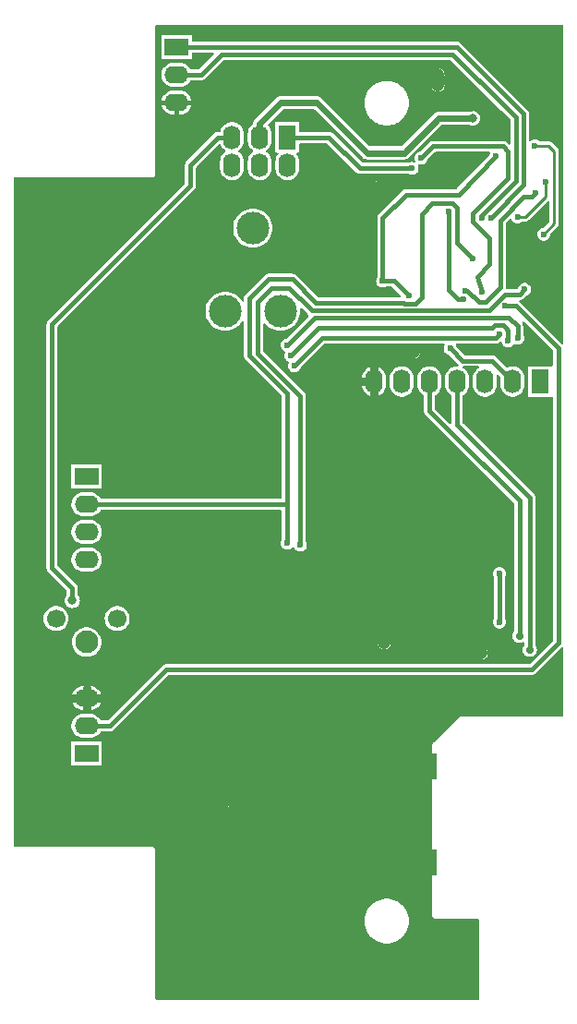
<source format=gbr>
G04 --- HEADER BEGIN --- *
%TF.GenerationSoftware,LibrePCB,LibrePCB,0.1.3*%
%TF.CreationDate,2019-12-12T00:55:15*%
%TF.ProjectId,Gfro?rli Hardware - Board,40295ca7-128f-4c1e-90ec-79de77364cdf,v2*%
%TF.Part,Single*%
%FSLAX66Y66*%
%MOMM*%
G01*
G74*
G04 --- HEADER END --- *
G04 --- APERTURE LIST BEGIN --- *
%ADD10C,2.1*%
%ADD11C,1.7*%
%ADD12R,5.08X2.413*%
%ADD13C,0.9652*%
%ADD14C,0.4572*%
%ADD15O,1.587X2.19*%
%ADD16R,1.587X2.19*%
%ADD17O,2.19X1.587*%
%ADD18R,2.19X1.587*%
%ADD19C,3.0*%
%ADD20C,0.6*%
%ADD21C,0.8*%
%ADD22C,0.7*%
%ADD23C,0.4*%
%ADD24C,0.25*%
%ADD25C,1.4*%
%ADD26C,1.2*%
%ADD27C,1.25*%
%ADD28C,1.5*%
%ADD29C,1.05*%
%ADD30C,0.0*%
G04 --- APERTURE LIST END --- *
G04 --- BOARD BEGIN --- *
D10*
X6985000Y33088500D03*
D11*
X4185000Y35238500D03*
X9785000Y35238500D03*
D12*
X36512500Y21674000D03*
X36512500Y12911000D03*
D13*
X33083500Y12974500D03*
X33083500Y21610500D03*
D14*
X33542500Y12974500D02*
X34052500Y12974500D01*
X33542500Y21610500D02*
X34052500Y21610500D01*
D15*
X40957500Y56980000D03*
X35877500Y56980000D03*
X33337500Y56980000D03*
X46037500Y56980000D03*
D16*
X48577500Y56980000D03*
D15*
X43497500Y56980000D03*
X38417500Y56980000D03*
D17*
X6985000Y43180000D03*
X6985000Y45720000D03*
X6985000Y40640000D03*
D18*
X6985000Y48260000D03*
X6985000Y22860000D03*
D17*
X6985000Y27940000D03*
X6985000Y25400000D03*
D19*
X24765000Y12430000D03*
X22225000Y4810000D03*
X19685000Y12430000D03*
X22225000Y71050000D03*
X24765000Y63430000D03*
X19685000Y63430000D03*
D15*
X20320000Y79375000D03*
X22860000Y76835000D03*
X22860000Y79375000D03*
D16*
X25400000Y79375000D03*
D15*
X20320000Y76835000D03*
X25400000Y76835000D03*
D17*
X15240000Y82550000D03*
D18*
X15240000Y87630000D03*
D17*
X15240000Y85090000D03*
D20*
X35242500Y23495000D03*
X45720000Y26828750D03*
D21*
X42386250Y81121250D03*
D20*
X43259375Y71993125D03*
X29527500Y23495000D03*
X26035000Y58420000D03*
X44846875Y61277500D03*
X41751776Y65326448D03*
X48180625Y74295000D03*
X39687500Y3810000D03*
X39052500Y952500D03*
X37782500Y26987500D03*
X25400000Y42148125D03*
X42426472Y68223672D03*
X32067500Y20637500D03*
X32067500Y22225000D03*
D22*
X46672500Y33655000D03*
D20*
X32702500Y20002500D03*
X37147500Y15398750D03*
X32702500Y22860000D03*
X35242500Y26193750D03*
X31750000Y25717500D03*
D22*
X47625000Y32385000D03*
D20*
X38100000Y952500D03*
X29527500Y19367500D03*
X34290000Y23495000D03*
X44767500Y26828750D03*
X29051250Y21431250D03*
X37147500Y11271250D03*
X30162500Y18732500D03*
X37147500Y19208750D03*
X39052980Y3175050D03*
X33496250Y13811250D03*
X38100000Y11271250D03*
X48895000Y70485000D03*
X48101250Y78581250D03*
D21*
X25400000Y73660000D03*
X24130000Y73660000D03*
D20*
X37147500Y14446250D03*
X34290000Y19208750D03*
X31432500Y17462500D03*
X38100000Y15398750D03*
X31908750Y3810000D03*
X45640625Y60721875D03*
X25717500Y59372500D03*
X29051250Y20478750D03*
X33496250Y22542500D03*
X36512500Y64849375D03*
X34131250Y66198750D03*
X44529372Y77628750D03*
X36195000Y23495000D03*
X38100000Y19208750D03*
X42862500Y26828750D03*
X40163750Y72548750D03*
X41582576Y64502110D03*
X39211250Y84137500D03*
X39211250Y85090000D03*
X35242500Y15398750D03*
X32067500Y16827500D03*
X49530000Y26828750D03*
X34290000Y26193750D03*
X35242500Y19208750D03*
X44053125Y71993125D03*
X38100000Y14446250D03*
X26511250Y36830000D03*
X26511250Y38100000D03*
X44846875Y34925000D03*
X44846875Y39370000D03*
X36195000Y14446250D03*
X33337500Y19367500D03*
X36195000Y26193750D03*
D21*
X5675384Y36893984D03*
D20*
X47148750Y65420875D03*
X26590625Y41989375D03*
X42227500Y82550000D03*
X43249455Y65206561D03*
X37663912Y77470976D03*
X36988750Y59690000D03*
X32702500Y16192500D03*
X43180000Y32067500D03*
X40640000Y32067500D03*
X39370000Y32067500D03*
X41910000Y32067500D03*
X29051250Y22383750D03*
X40322500Y60007500D03*
X30797500Y24765000D03*
X31908750Y21431250D03*
X36830000Y76517500D03*
X36195000Y19208750D03*
X30797500Y18097500D03*
D21*
X27622500Y80803750D03*
D20*
X38893750Y7302500D03*
X34290000Y15398750D03*
X36195000Y15398750D03*
X45323125Y63896875D03*
X34290000Y38100000D03*
X34290000Y35560000D03*
X34290000Y34290000D03*
X34290000Y36830000D03*
X34290000Y33020000D03*
X50165000Y65563750D03*
X50165000Y66516250D03*
X50165000Y64611250D03*
X46672500Y26828750D03*
X37147500Y23495000D03*
X35242500Y14446250D03*
X41910000Y26828750D03*
X37147500Y26352500D03*
X33337500Y23495000D03*
X34290000Y14446250D03*
X40322996Y4445066D03*
X49053750Y75247500D03*
X46513750Y72072500D03*
X38100000Y9842500D03*
X33496250Y20796250D03*
X25400000Y60325000D03*
X46513750Y60960000D03*
X43815000Y26828750D03*
X47625000Y26828750D03*
D21*
X33258125Y74691875D03*
D20*
X30162500Y24130000D03*
X33496250Y12065000D03*
X48577500Y26828750D03*
X28098750Y82550000D02*
X32702500Y77946250D01*
X39290625Y81121250D02*
X36115625Y77946250D01*
X22860000Y79375000D02*
X22860000Y80645000D01*
X24765000Y82550000D02*
X28098750Y82550000D01*
X42386250Y81121250D02*
X39290625Y81121250D01*
X22860000Y80645000D02*
X24765000Y82550000D01*
X36115625Y77946250D02*
X32702500Y77946250D01*
D23*
X15240000Y85090000D02*
X17462500Y85090000D01*
X43259375Y72231250D02*
X46355000Y75326875D01*
X46355000Y75326875D02*
X46355000Y81200625D01*
X19526250Y86995000D02*
X19367500Y86995000D01*
X19367500Y86995000D02*
X17462500Y85090000D01*
X46355000Y81200625D02*
X45402500Y82153125D01*
X40560625Y86995000D02*
X19526250Y86995000D01*
X43259375Y71993125D02*
X43259375Y72231250D01*
X45402500Y82153125D02*
X40560625Y86995000D01*
X29845000Y60960000D02*
X28575000Y60960000D01*
X42068750Y60960000D02*
X29845000Y60960000D01*
X28575000Y60960000D02*
X26035000Y58420000D01*
X44529375Y60960000D02*
X42068750Y60960000D01*
X44846875Y61277500D02*
X44529375Y60960000D01*
X44926250Y71755000D02*
X47069375Y73898125D01*
X43576875Y64293750D02*
X44926250Y65643125D01*
X41909177Y65326448D02*
X42941875Y64293750D01*
X47069375Y73898125D02*
X47783421Y73898125D01*
X44926250Y65643125D02*
X44926250Y71755000D01*
X41751776Y65326448D02*
X41909177Y65326448D01*
X47783421Y73898125D02*
X48180625Y74295000D01*
X42941875Y64293750D02*
X43576875Y64293750D01*
X42426472Y68223672D02*
X42386784Y68223672D01*
X25877412Y66357500D02*
X28019728Y64215184D01*
X21907500Y59372500D02*
X21907500Y64611250D01*
X37703600Y64731128D02*
X37703600Y72351224D01*
X40918328Y69692128D02*
X40918328Y72946544D01*
X38695800Y73343424D02*
X40521448Y73343424D01*
X25876250Y66357500D02*
X25877412Y66357500D01*
X28019728Y64215184D02*
X36036704Y64215184D01*
X25400000Y45720000D02*
X25400000Y55880000D01*
X37108280Y64135808D02*
X37703600Y64731128D01*
X25400000Y45720000D02*
X25400000Y42148125D01*
X25400000Y55880000D02*
X21907500Y59372500D01*
X36036704Y64215184D02*
X36116080Y64135808D01*
X23653750Y66357500D02*
X24923750Y66357500D01*
X6985000Y45720000D02*
X25400000Y45720000D01*
X36116080Y64135808D02*
X36870152Y64135808D01*
X38695800Y73343424D02*
X37703600Y72351224D01*
X36870152Y64135808D02*
X37108280Y64135808D01*
X40918328Y72946544D02*
X40521448Y73343424D01*
X42386784Y68223672D02*
X40918328Y69692128D01*
X21907500Y64611250D02*
X23653750Y66357500D01*
X24923750Y66357500D02*
X25876250Y66357500D01*
X46672500Y33655000D02*
X46672500Y46037500D01*
X38417500Y54292500D02*
X40005000Y52705000D01*
X38417500Y56980000D02*
X38417500Y54292500D01*
X46672500Y46037500D02*
X40005000Y52705000D01*
X15240000Y82550000D02*
X16827500Y82550000D01*
X15240000Y82550000D02*
X15240000Y81280000D01*
X15240000Y82550000D02*
X13652500Y82550000D01*
D21*
X6985000Y27940000D02*
X8413750Y27940000D01*
X6985000Y27940000D02*
X6985000Y26987500D01*
X6985000Y27940000D02*
X6985000Y28892500D01*
X6985000Y27940000D02*
X5556250Y27940000D01*
D23*
X40957500Y53022500D02*
X47625000Y46355000D01*
X47625000Y32385000D02*
X47625000Y46355000D01*
X40957500Y56980000D02*
X40957500Y53022500D01*
D24*
X49371250Y78581250D02*
X49847500Y78105000D01*
X49847500Y78105000D02*
X49847500Y76835000D01*
X49847500Y76835000D02*
X49847500Y71437500D01*
X49847500Y71437500D02*
X48895000Y70485000D01*
X48101250Y78581250D02*
X49371250Y78581250D01*
D25*
X24130000Y73660000D02*
X25400000Y73660000D01*
X24130000Y73660000D02*
X23336250Y73660000D01*
D21*
X33337500Y56980000D02*
X33337500Y58578750D01*
X33337500Y56980000D02*
X32237500Y56980000D01*
X33337500Y56980000D02*
X33337500Y55403750D01*
X32237500Y56980000D02*
X32226250Y56991250D01*
D23*
X28892500Y61912500D02*
X28257500Y61912500D01*
X45402500Y61912500D02*
X45148500Y62166500D01*
X42068750Y61912500D02*
X28892500Y61912500D01*
X28257500Y61912500D02*
X25717500Y59372500D01*
X45640625Y61674375D02*
X45402500Y61912500D01*
X44386500Y62166500D02*
X44132500Y61912500D01*
X44132500Y61912500D02*
X42068750Y61912500D01*
X45148500Y62166500D02*
X44386500Y62166500D01*
X45640625Y60721875D02*
X45640625Y61674375D01*
X44529372Y77628750D02*
X41116250Y74136250D01*
X35163125Y66198750D02*
X36512500Y64849375D01*
X36274375Y74136250D02*
X41116250Y74136250D01*
X36274375Y74136250D02*
X34131250Y71993125D01*
X34131250Y71993125D02*
X34131250Y66198750D01*
X34131250Y66198750D02*
X35163125Y66198750D01*
X40163750Y72548750D02*
X40163750Y66040000D01*
X40163750Y65373250D02*
X40163750Y66040000D01*
X41582576Y64502110D02*
X41034890Y64502110D01*
X41034890Y64502110D02*
X40163750Y65373250D01*
D26*
X39211250Y85090000D02*
X39211250Y84137500D01*
D23*
X15240000Y87630000D02*
X40957500Y87630000D01*
X47069375Y81518125D02*
X40957500Y87630000D01*
X47069375Y81518125D02*
X47069375Y75009375D01*
X47069375Y75009375D02*
X44053125Y71993125D01*
D27*
X26511250Y36830000D02*
X26511250Y36036250D01*
X26511250Y36830000D02*
X26511250Y38100000D01*
D23*
X44846875Y39370000D02*
X44846875Y34925000D01*
X16510000Y76835000D02*
X19050000Y79375000D01*
X20320000Y79375000D02*
X19050000Y79375000D01*
X5675384Y38012616D02*
X3810000Y39878000D01*
X5675384Y36893984D02*
X5675384Y38012616D01*
X16510000Y74930000D02*
X16510000Y76835000D01*
X3810000Y62230000D02*
X16510000Y74930000D01*
X3810000Y39878000D02*
X3810000Y62230000D01*
X45323125Y64928750D02*
X43894375Y63500000D01*
X45323125Y64928750D02*
X46672500Y64928750D01*
X22701250Y64293750D02*
X23971250Y65563750D01*
X23971250Y65563750D02*
X25558750Y65563750D01*
X26590625Y55641875D02*
X22701250Y59531250D01*
X25558750Y65563750D02*
X27463750Y63658750D01*
X26590625Y41989375D02*
X26590625Y52149375D01*
X26590625Y52149375D02*
X26590625Y55641875D01*
X42386250Y63500000D02*
X43894375Y63500000D01*
X33337500Y63500000D02*
X27622500Y63500000D01*
X33337500Y63500000D02*
X42386250Y63500000D01*
X22701250Y59531250D02*
X22701250Y64293750D01*
X27622500Y63500000D02*
X27463750Y63658750D01*
X46672500Y64928750D02*
X47148750Y65420875D01*
D20*
X41910000Y82073750D02*
X41751250Y82232500D01*
X42227500Y82550000D02*
X42227500Y82073750D01*
X42227500Y82867500D02*
X42386250Y83026250D01*
X42227500Y82073750D02*
X41910000Y82073750D01*
X41751250Y82708750D02*
X41910000Y82867500D01*
X42545000Y82232500D02*
X42862500Y82232500D01*
X42703750Y82550000D02*
X42703750Y82391250D01*
X42862500Y82232500D02*
X43180000Y81915000D01*
X41910000Y82867500D02*
X42227500Y82867500D01*
X42703750Y82391250D02*
X42545000Y82232500D01*
X42386250Y83026250D02*
X42386250Y82867500D01*
X42386250Y82867500D02*
X42703750Y82550000D01*
X41751250Y82232500D02*
X41751250Y82708750D01*
D23*
X43249455Y65206561D02*
X42783125Y66595925D01*
X42426472Y71636840D02*
X42426472Y72390912D01*
X45641200Y75605640D02*
X45641200Y78066296D01*
X42426472Y72390912D02*
X45641200Y75605640D01*
X42783125Y66595925D02*
X43934616Y67747416D01*
X43934616Y67747416D02*
X43934616Y70128696D01*
X38735488Y78542552D02*
X37663912Y77470976D01*
X45164944Y78542552D02*
X38735488Y78542552D01*
X43934616Y70128696D02*
X42426472Y71636840D01*
X45641200Y78066296D02*
X45164944Y78542552D01*
D26*
X36988750Y59690000D02*
X36195000Y59690000D01*
X36988750Y59690000D02*
X36988750Y59848750D01*
X36988750Y59690000D02*
X36988750Y59848750D01*
X41910000Y32067500D02*
X40640000Y32067500D01*
X40640000Y32067500D02*
X39370000Y32067500D01*
X39370000Y32067500D02*
X38417500Y32067500D01*
X43180000Y32067500D02*
X41910000Y32067500D01*
D23*
X43973750Y58896250D02*
X41433750Y58896250D01*
X44132500Y58896250D02*
X46037500Y56980000D01*
X41433750Y58896250D02*
X40322500Y60007500D01*
X43973750Y58896250D02*
X44132500Y58896250D01*
X36830000Y76517500D02*
X35877500Y76517500D01*
X35877500Y76517500D02*
X32067500Y76517500D01*
X29210000Y79375000D02*
X25400000Y79375000D01*
X32067500Y76517500D02*
X29210000Y79375000D01*
D28*
X27622500Y80803750D02*
X27384375Y81041875D01*
D23*
X47783750Y30559375D02*
X14287500Y30559375D01*
X14287500Y30559375D02*
X9128125Y25400000D01*
X46355000Y63896875D02*
X50244375Y60007500D01*
X45323125Y63896875D02*
X46355000Y63896875D01*
X50244375Y33020000D02*
X47783750Y30559375D01*
X9128125Y25400000D02*
X6985000Y25400000D01*
X50244375Y60007500D02*
X50244375Y33020000D01*
D26*
X34290000Y34290000D02*
X34290000Y33020000D01*
X34290000Y38100000D02*
X34290000Y36830000D01*
X34290000Y38100000D02*
X34290000Y39052500D01*
X34290000Y36830000D02*
X34290000Y35560000D01*
X34290000Y35560000D02*
X34290000Y34290000D01*
D29*
X49657000Y66738500D02*
X50165000Y66738500D01*
X49657000Y63817500D02*
X49657000Y66738500D01*
X50165000Y65563750D02*
X50165000Y66516250D01*
X50165000Y66738500D02*
X50165000Y67500500D01*
X50165000Y64611250D02*
X50165000Y63817500D01*
X49657000Y66738500D02*
X50165000Y66738500D01*
X50165000Y63817500D02*
X49657000Y63817500D01*
X50165000Y64611250D02*
X50165000Y65563750D01*
D24*
X49053750Y73914000D02*
X49053750Y75247500D01*
X47212250Y72072500D02*
X49053750Y73914000D01*
X46513750Y72072500D02*
X47212250Y72072500D01*
D23*
X45720000Y62865000D02*
X27940000Y62865000D01*
X27940000Y62865000D02*
X25400000Y60325000D01*
X46513750Y60960000D02*
X46513750Y62071250D01*
X46513750Y62071250D02*
X45720000Y62865000D01*
D25*
X33258125Y74691875D02*
X32305625Y74930000D01*
D30*
G36*
X42959327Y319500D02*
X43000000Y400000D01*
X43000000Y7600000D01*
X42980500Y7659327D01*
X42900000Y7700000D01*
X39004572Y7700000D01*
X38995502Y7700832D01*
X38901747Y7718166D01*
X38884907Y7724613D01*
X38807469Y7771930D01*
X38794048Y7783973D01*
X38739480Y7854770D01*
X38730579Y7873349D01*
X38701391Y7994240D01*
X38700000Y8005926D01*
X38700000Y23695428D01*
X38700832Y23704498D01*
X38718042Y23797581D01*
X38725195Y23815534D01*
X38785009Y23907726D01*
X38791580Y23915844D01*
X41084633Y26208897D01*
X41091641Y26214727D01*
X41169629Y26268376D01*
X41187374Y26276009D01*
X41294866Y26298906D01*
X41305250Y26300000D01*
X50600000Y26300000D01*
X50659327Y26319500D01*
X50700000Y26400000D01*
X50700000Y28900000D01*
X50680500Y28959327D01*
X50600000Y29000000D01*
X20100000Y29000000D01*
X20040673Y28980500D01*
X20000000Y28900000D01*
X20000000Y18016013D01*
X19998434Y18011248D01*
X19976172Y18000000D01*
X400000Y18000000D01*
X340673Y17980500D01*
X300000Y17900000D01*
X300000Y14400000D01*
X319500Y14340673D01*
X400000Y14300000D01*
X12995428Y14300000D01*
X13004498Y14299168D01*
X13098253Y14281834D01*
X13115093Y14275387D01*
X13192531Y14228070D01*
X13205952Y14216027D01*
X13260520Y14145230D01*
X13269421Y14126651D01*
X13298609Y14005760D01*
X13300000Y13994074D01*
X13300000Y400000D01*
X13319500Y340673D01*
X13400000Y300000D01*
X34363517Y300000D01*
X34363517Y5454779D01*
X34356723Y5455244D01*
X34086302Y5492412D01*
X34079624Y5493799D01*
X33816787Y5567443D01*
X33810358Y5569728D01*
X33560004Y5678472D01*
X33553943Y5681612D01*
X33320728Y5823433D01*
X33315152Y5827369D01*
X33103416Y5999630D01*
X33098434Y6004283D01*
X32912123Y6203772D01*
X32907821Y6209060D01*
X32750412Y6432058D01*
X32746866Y6437889D01*
X32621293Y6680233D01*
X32618568Y6686506D01*
X32527163Y6943698D01*
X32525324Y6950261D01*
X32469788Y7217512D01*
X32468860Y7224264D01*
X32450233Y7496594D01*
X32450233Y7503406D01*
X32468860Y7775735D01*
X32469788Y7782487D01*
X32525324Y8049738D01*
X32527163Y8056301D01*
X32618568Y8313493D01*
X32621293Y8319766D01*
X32746866Y8562110D01*
X32750412Y8567941D01*
X32907821Y8790939D01*
X32912123Y8796227D01*
X33098434Y8995716D01*
X33103416Y9000369D01*
X33315152Y9172630D01*
X33320728Y9176566D01*
X33553943Y9318387D01*
X33560004Y9321527D01*
X33810358Y9430271D01*
X33816787Y9432556D01*
X34079624Y9506200D01*
X34086302Y9507587D01*
X34356723Y9544755D01*
X34363517Y9545220D01*
X34636482Y9545220D01*
X34643276Y9544755D01*
X34913697Y9507587D01*
X34920375Y9506200D01*
X35183212Y9432556D01*
X35189641Y9430271D01*
X35439995Y9321527D01*
X35446056Y9318387D01*
X35679271Y9176566D01*
X35684847Y9172630D01*
X35896583Y9000369D01*
X35901565Y8995716D01*
X36087876Y8796227D01*
X36092178Y8790939D01*
X36249587Y8567941D01*
X36253133Y8562110D01*
X36378706Y8319766D01*
X36381431Y8313493D01*
X36472836Y8056301D01*
X36474675Y8049738D01*
X36530211Y7782487D01*
X36531139Y7775734D01*
X36549767Y7503406D01*
X36549767Y7496594D01*
X36531139Y7224265D01*
X36530211Y7217512D01*
X36474675Y6950261D01*
X36472836Y6943698D01*
X36381431Y6686506D01*
X36378706Y6680233D01*
X36253133Y6437889D01*
X36249587Y6432058D01*
X36092178Y6209060D01*
X36087876Y6203772D01*
X35901565Y6004283D01*
X35896583Y5999630D01*
X35684847Y5827369D01*
X35679271Y5823433D01*
X35446056Y5681612D01*
X35439995Y5678472D01*
X35189641Y5569728D01*
X35183212Y5567443D01*
X34920375Y5493799D01*
X34913697Y5492412D01*
X34643276Y5455244D01*
X34636482Y5454779D01*
X34363517Y5454779D01*
X34363517Y300000D01*
X42900000Y300000D01*
X42959327Y319500D01*
G37*
G36*
X19959327Y18019500D02*
X20000000Y18100000D01*
X20000000Y24983987D01*
X20001566Y24988752D01*
X20023828Y25000000D01*
X30183592Y25000000D01*
X30242919Y25019500D01*
X30264705Y25044883D01*
X30266226Y25043833D01*
X30344959Y25157897D01*
X30352920Y25166883D01*
X30452129Y25254775D01*
X30462021Y25261603D01*
X30579384Y25323199D01*
X30590608Y25327456D01*
X30719302Y25359177D01*
X30731227Y25360625D01*
X30863771Y25360625D01*
X30875696Y25359177D01*
X31004391Y25327456D01*
X31015615Y25323199D01*
X31099838Y25278996D01*
X31161432Y25268692D01*
X31217128Y25296939D01*
X31245206Y25352721D01*
X31228608Y25424348D01*
X31222165Y25433682D01*
X31216580Y25444324D01*
X31169581Y25568250D01*
X31166705Y25579917D01*
X31150729Y25711496D01*
X31150729Y25723504D01*
X31166705Y25855082D01*
X31169581Y25866749D01*
X31216580Y25990675D01*
X31222162Y26001311D01*
X31297459Y26110397D01*
X31305420Y26119383D01*
X31404629Y26207275D01*
X31414521Y26214103D01*
X31531884Y26275699D01*
X31543108Y26279956D01*
X31671802Y26311677D01*
X31683727Y26313125D01*
X31816271Y26313125D01*
X31828196Y26311677D01*
X31956891Y26279956D01*
X31968115Y26275699D01*
X32085478Y26214103D01*
X32095370Y26207275D01*
X32194579Y26119383D01*
X32202540Y26110397D01*
X32277837Y26001311D01*
X32283419Y25990675D01*
X32330418Y25866750D01*
X32333295Y25855081D01*
X32349271Y25723504D01*
X32349271Y25711496D01*
X32333294Y25579918D01*
X32330418Y25568249D01*
X32283419Y25444324D01*
X32277837Y25433688D01*
X32202540Y25324602D01*
X32194579Y25315616D01*
X32095370Y25227724D01*
X32085478Y25220896D01*
X32023840Y25188546D01*
X31980370Y25143709D01*
X31971977Y25081825D01*
X32001935Y25027030D01*
X32070312Y25000000D01*
X34223728Y25000000D01*
X34223728Y25598124D01*
X34211803Y25599572D01*
X34083108Y25631293D01*
X34071884Y25635550D01*
X33954521Y25697146D01*
X33944629Y25703974D01*
X33845420Y25791866D01*
X33837459Y25800852D01*
X33762162Y25909938D01*
X33756580Y25920574D01*
X33709581Y26044500D01*
X33706705Y26056167D01*
X33690729Y26187746D01*
X33690729Y26199754D01*
X33706705Y26331332D01*
X33709581Y26342999D01*
X33756580Y26466925D01*
X33762162Y26477561D01*
X33837459Y26586647D01*
X33845420Y26595633D01*
X33944629Y26683525D01*
X33954521Y26690353D01*
X34071884Y26751949D01*
X34083108Y26756206D01*
X34211802Y26787927D01*
X34223727Y26789375D01*
X34356271Y26789375D01*
X34368196Y26787927D01*
X34496891Y26756206D01*
X34508115Y26751949D01*
X34625478Y26690353D01*
X34635370Y26683525D01*
X34699938Y26626323D01*
X34757276Y26601577D01*
X34832563Y26626323D01*
X34897134Y26683528D01*
X34907021Y26690353D01*
X35024384Y26751949D01*
X35035608Y26756206D01*
X35164302Y26787927D01*
X35176227Y26789375D01*
X35308771Y26789375D01*
X35320696Y26787927D01*
X35449391Y26756206D01*
X35460615Y26751949D01*
X35577978Y26690353D01*
X35587870Y26683525D01*
X35652438Y26626323D01*
X35709776Y26601577D01*
X35785063Y26626323D01*
X35849634Y26683528D01*
X35859521Y26690353D01*
X35976884Y26751949D01*
X35988108Y26756206D01*
X36116802Y26787927D01*
X36128727Y26789375D01*
X36261271Y26789375D01*
X36273196Y26787927D01*
X36401891Y26756206D01*
X36413115Y26751949D01*
X36530479Y26690353D01*
X36533848Y26688027D01*
X36593751Y26670373D01*
X36672955Y26713519D01*
X36694959Y26745398D01*
X36702920Y26754383D01*
X36802129Y26842275D01*
X36812021Y26849103D01*
X36929384Y26910699D01*
X36940608Y26914956D01*
X37069302Y26946677D01*
X37081227Y26948125D01*
X37089126Y26948125D01*
X37148453Y26967625D01*
X37188397Y27036071D01*
X37199205Y27125083D01*
X37202081Y27136749D01*
X37249080Y27260675D01*
X37254662Y27271311D01*
X37329959Y27380397D01*
X37337920Y27389383D01*
X37437129Y27477275D01*
X37447021Y27484103D01*
X37564384Y27545699D01*
X37575608Y27549956D01*
X37704302Y27581677D01*
X37716227Y27583125D01*
X37848771Y27583125D01*
X37860696Y27581677D01*
X37989391Y27549956D01*
X38000615Y27545699D01*
X38117978Y27484103D01*
X38127870Y27477275D01*
X38227079Y27389383D01*
X38235040Y27380397D01*
X38310337Y27271311D01*
X38315919Y27260675D01*
X38362918Y27136750D01*
X38365795Y27125081D01*
X38381771Y26993504D01*
X38381771Y26981496D01*
X38365794Y26849918D01*
X38362918Y26838249D01*
X38315919Y26714324D01*
X38310337Y26703688D01*
X38235040Y26594602D01*
X38227079Y26585616D01*
X38127870Y26497724D01*
X38117978Y26490896D01*
X38000615Y26429300D01*
X37989391Y26425043D01*
X37860697Y26393322D01*
X37848772Y26391874D01*
X37840873Y26391874D01*
X37781546Y26372374D01*
X37741602Y26303927D01*
X37730795Y26214919D01*
X37727918Y26203249D01*
X37680919Y26079324D01*
X37675337Y26068688D01*
X37600040Y25959602D01*
X37592079Y25950616D01*
X37492870Y25862724D01*
X37482978Y25855896D01*
X37365615Y25794300D01*
X37354391Y25790043D01*
X37225697Y25758322D01*
X37213772Y25756874D01*
X37081228Y25756874D01*
X37069303Y25758322D01*
X36940608Y25790043D01*
X36929384Y25794300D01*
X36812020Y25855896D01*
X36808651Y25858222D01*
X36748748Y25875876D01*
X36669544Y25832730D01*
X36647540Y25800851D01*
X36639579Y25791866D01*
X36540370Y25703974D01*
X36530478Y25697146D01*
X36413115Y25635550D01*
X36401891Y25631293D01*
X36273197Y25599572D01*
X36261272Y25598124D01*
X36128728Y25598124D01*
X36116803Y25599572D01*
X35988108Y25631293D01*
X35976884Y25635550D01*
X35859521Y25697146D01*
X35849634Y25703971D01*
X35785063Y25761176D01*
X35727725Y25785921D01*
X35652438Y25761176D01*
X35587870Y25703974D01*
X35577978Y25697146D01*
X35460615Y25635550D01*
X35449391Y25631293D01*
X35320697Y25599572D01*
X35308772Y25598124D01*
X35176228Y25598124D01*
X35164303Y25599572D01*
X35035608Y25631293D01*
X35024384Y25635550D01*
X34907021Y25697146D01*
X34897134Y25703971D01*
X34832563Y25761176D01*
X34775225Y25785921D01*
X34699938Y25761176D01*
X34635370Y25703974D01*
X34625478Y25697146D01*
X34508115Y25635550D01*
X34496891Y25631293D01*
X34368197Y25599572D01*
X34356272Y25598124D01*
X34223728Y25598124D01*
X34223728Y25000000D01*
X39834314Y25000000D01*
X39905025Y25029289D01*
X41084633Y26208897D01*
X41091641Y26214727D01*
X41169629Y26268376D01*
X41187374Y26276009D01*
X41294866Y26298906D01*
X41305250Y26300000D01*
X41360696Y26300000D01*
X41420023Y26319500D01*
X41456213Y26370395D01*
X41442994Y26456806D01*
X41382165Y26544932D01*
X41376580Y26555574D01*
X41329581Y26679500D01*
X41326705Y26691167D01*
X41310729Y26822746D01*
X41310729Y26834754D01*
X41326705Y26966332D01*
X41329581Y26977999D01*
X41376580Y27101925D01*
X41382162Y27112561D01*
X41457459Y27221647D01*
X41465420Y27230633D01*
X41564629Y27318525D01*
X41574521Y27325353D01*
X41691884Y27386949D01*
X41703108Y27391206D01*
X41831802Y27422927D01*
X41843727Y27424375D01*
X41976271Y27424375D01*
X41988196Y27422927D01*
X42116891Y27391206D01*
X42128115Y27386949D01*
X42245478Y27325353D01*
X42255370Y27318525D01*
X42319938Y27261323D01*
X42377276Y27236577D01*
X42452563Y27261323D01*
X42517134Y27318528D01*
X42527021Y27325353D01*
X42644384Y27386949D01*
X42655608Y27391206D01*
X42784302Y27422927D01*
X42796227Y27424375D01*
X42928771Y27424375D01*
X42940696Y27422927D01*
X43069391Y27391206D01*
X43080615Y27386949D01*
X43197978Y27325353D01*
X43207870Y27318525D01*
X43272438Y27261323D01*
X43329776Y27236577D01*
X43405063Y27261323D01*
X43469634Y27318528D01*
X43479521Y27325353D01*
X43596884Y27386949D01*
X43608108Y27391206D01*
X43736802Y27422927D01*
X43748727Y27424375D01*
X43881271Y27424375D01*
X43893196Y27422927D01*
X44021891Y27391206D01*
X44033115Y27386949D01*
X44150478Y27325353D01*
X44160370Y27318525D01*
X44224938Y27261323D01*
X44282276Y27236577D01*
X44357563Y27261323D01*
X44422134Y27318528D01*
X44432021Y27325353D01*
X44549384Y27386949D01*
X44560608Y27391206D01*
X44689302Y27422927D01*
X44701227Y27424375D01*
X44833771Y27424375D01*
X44845696Y27422927D01*
X44974391Y27391206D01*
X44985615Y27386949D01*
X45102978Y27325353D01*
X45112870Y27318525D01*
X45177438Y27261323D01*
X45234776Y27236577D01*
X45310063Y27261323D01*
X45374634Y27318528D01*
X45384521Y27325353D01*
X45501884Y27386949D01*
X45513108Y27391206D01*
X45641802Y27422927D01*
X45653727Y27424375D01*
X45786271Y27424375D01*
X45798196Y27422927D01*
X45926891Y27391206D01*
X45938115Y27386949D01*
X46055478Y27325353D01*
X46065370Y27318525D01*
X46129938Y27261323D01*
X46187276Y27236577D01*
X46262563Y27261323D01*
X46327134Y27318528D01*
X46337021Y27325353D01*
X46454384Y27386949D01*
X46465608Y27391206D01*
X46594302Y27422927D01*
X46606227Y27424375D01*
X46738771Y27424375D01*
X46750696Y27422927D01*
X46879391Y27391206D01*
X46890615Y27386949D01*
X47007978Y27325353D01*
X47017870Y27318525D01*
X47082438Y27261323D01*
X47139776Y27236577D01*
X47215063Y27261323D01*
X47279634Y27318528D01*
X47289521Y27325353D01*
X47406884Y27386949D01*
X47418108Y27391206D01*
X47546802Y27422927D01*
X47558727Y27424375D01*
X47691271Y27424375D01*
X47703196Y27422927D01*
X47831891Y27391206D01*
X47843115Y27386949D01*
X47960478Y27325353D01*
X47970370Y27318525D01*
X48034938Y27261323D01*
X48092276Y27236577D01*
X48167563Y27261323D01*
X48232134Y27318528D01*
X48242021Y27325353D01*
X48359384Y27386949D01*
X48370608Y27391206D01*
X48499302Y27422927D01*
X48511227Y27424375D01*
X48643771Y27424375D01*
X48655696Y27422927D01*
X48784391Y27391206D01*
X48795615Y27386949D01*
X48912978Y27325353D01*
X48922870Y27318525D01*
X48987438Y27261323D01*
X49044776Y27236577D01*
X49120063Y27261323D01*
X49184634Y27318528D01*
X49194521Y27325353D01*
X49311884Y27386949D01*
X49323108Y27391206D01*
X49451802Y27422927D01*
X49463727Y27424375D01*
X49596271Y27424375D01*
X49608196Y27422927D01*
X49736891Y27391206D01*
X49748115Y27386949D01*
X49865478Y27325353D01*
X49875370Y27318525D01*
X49974579Y27230633D01*
X49982540Y27221647D01*
X50057837Y27112561D01*
X50063419Y27101925D01*
X50110418Y26978000D01*
X50113295Y26966331D01*
X50129271Y26834754D01*
X50129271Y26822746D01*
X50113294Y26691168D01*
X50110418Y26679499D01*
X50063419Y26555574D01*
X50057834Y26544932D01*
X49997005Y26456806D01*
X49979351Y26396904D01*
X50000679Y26338208D01*
X50079303Y26300000D01*
X50600000Y26300000D01*
X50659327Y26319500D01*
X50700000Y26400000D01*
X50700000Y32527096D01*
X50680500Y32586423D01*
X50629605Y32622613D01*
X50567164Y32621551D01*
X50529289Y32597807D01*
X48139616Y30208134D01*
X48134705Y30203828D01*
X48038952Y30130354D01*
X48027693Y30123853D01*
X47919217Y30078921D01*
X47906657Y30075556D01*
X47787006Y30059804D01*
X47780469Y30059375D01*
X14536028Y30059375D01*
X14465317Y30030086D01*
X9483991Y25048760D01*
X9479080Y25044453D01*
X9478272Y25043833D01*
X9383326Y24970979D01*
X9372067Y24964478D01*
X9263592Y24919546D01*
X9251032Y24916181D01*
X9131381Y24900429D01*
X9124844Y24900000D01*
X8313268Y24900000D01*
X8253941Y24880500D01*
X8228247Y24852644D01*
X8161564Y24744949D01*
X8156016Y24737602D01*
X8026305Y24595314D01*
X8019493Y24589104D01*
X7865840Y24473071D01*
X7858017Y24468227D01*
X7685653Y24382400D01*
X7677078Y24379078D01*
X7491869Y24326381D01*
X7482828Y24324692D01*
X7288806Y24306714D01*
X7284189Y24306500D01*
X6685811Y24306500D01*
X6681194Y24306714D01*
X6487171Y24324692D01*
X6478130Y24326381D01*
X6292921Y24379078D01*
X6284346Y24382400D01*
X6111982Y24468227D01*
X6104159Y24473071D01*
X5950506Y24589104D01*
X5943694Y24595314D01*
X5813987Y24737598D01*
X5808433Y24744951D01*
X5707068Y24908660D01*
X5702969Y24916894D01*
X5633415Y25096432D01*
X5630892Y25105300D01*
X5595513Y25294560D01*
X5594664Y25303725D01*
X5594664Y25496274D01*
X5595513Y25505439D01*
X5630892Y25694699D01*
X5633415Y25703567D01*
X5702969Y25883105D01*
X5707068Y25891339D01*
X5808433Y26055048D01*
X5813987Y26062401D01*
X5943694Y26204685D01*
X5950506Y26210895D01*
X6104159Y26326928D01*
X6111982Y26331772D01*
X6284346Y26417599D01*
X6292921Y26420921D01*
X6478128Y26473617D01*
X6487172Y26475307D01*
X6681195Y26493286D01*
X6685811Y26493500D01*
X6685811Y26493500D01*
X6685811Y26846500D01*
X6681194Y26846714D01*
X6487171Y26864692D01*
X6478130Y26866381D01*
X6292921Y26919078D01*
X6284346Y26922400D01*
X6111982Y27008227D01*
X6104159Y27013071D01*
X5950506Y27129104D01*
X5943694Y27135314D01*
X5813987Y27277598D01*
X5808433Y27284951D01*
X5707068Y27448660D01*
X5702969Y27456894D01*
X5633415Y27636432D01*
X5630892Y27645300D01*
X5595513Y27834560D01*
X5594664Y27843725D01*
X5594664Y28036274D01*
X5595513Y28045439D01*
X5630892Y28234699D01*
X5633415Y28243567D01*
X5702969Y28423105D01*
X5707068Y28431339D01*
X5808433Y28595048D01*
X5813987Y28602401D01*
X5943694Y28744685D01*
X5950506Y28750895D01*
X6104159Y28866928D01*
X6111982Y28871772D01*
X6284346Y28957599D01*
X6292921Y28960921D01*
X6478128Y29013617D01*
X6487172Y29015307D01*
X6681195Y29033286D01*
X6685811Y29033500D01*
X6877648Y29033500D01*
X6877648Y31743110D01*
X6869442Y31743790D01*
X6657668Y31779129D01*
X6649689Y31781149D01*
X6446619Y31850864D01*
X6439075Y31854174D01*
X6250264Y31956353D01*
X6243350Y31960870D01*
X6073938Y32092728D01*
X6067863Y32098320D01*
X5922462Y32256268D01*
X5917400Y32262771D01*
X5799971Y32442510D01*
X5796048Y32449760D01*
X5709810Y32646362D01*
X5707129Y32654170D01*
X5654427Y32862289D01*
X5653070Y32870419D01*
X5635342Y33084373D01*
X5635342Y33092627D01*
X5653070Y33306580D01*
X5654427Y33314710D01*
X5669801Y33375421D01*
X5669801Y36194613D01*
X5525204Y36210905D01*
X5514314Y36213390D01*
X5376964Y36261451D01*
X5366911Y36266292D01*
X5243701Y36343710D01*
X5234969Y36350673D01*
X5132073Y36453569D01*
X5125110Y36462301D01*
X5047692Y36585511D01*
X5042851Y36595564D01*
X4994790Y36732914D01*
X4992305Y36743804D01*
X4976013Y36888401D01*
X4976013Y36899567D01*
X4992305Y37044163D01*
X4994790Y37055053D01*
X5042851Y37192403D01*
X5047692Y37202456D01*
X5125110Y37325666D01*
X5132073Y37334398D01*
X5146095Y37348420D01*
X5175384Y37419131D01*
X5175384Y37764088D01*
X5146095Y37834799D01*
X3457815Y39523079D01*
X3457258Y39524783D01*
X3452556Y39529516D01*
X3380977Y39622800D01*
X3374478Y39634057D01*
X3329545Y39742536D01*
X3326182Y39755085D01*
X3310426Y39874763D01*
X3310000Y39881269D01*
X3310000Y62226719D01*
X3310429Y62233256D01*
X3326181Y62352907D01*
X3329546Y62365467D01*
X3374478Y62473943D01*
X3380978Y62485202D01*
X3407721Y62520053D01*
X3454453Y62580955D01*
X3458759Y62585866D01*
X14940811Y74067918D01*
X14940811Y81456500D01*
X14936194Y81456714D01*
X14742171Y81474692D01*
X14733130Y81476381D01*
X14547921Y81529078D01*
X14539346Y81532400D01*
X14366982Y81618227D01*
X14359159Y81623071D01*
X14205506Y81739104D01*
X14198694Y81745314D01*
X14068987Y81887598D01*
X14063433Y81894951D01*
X13962068Y82058660D01*
X13957969Y82066894D01*
X13888415Y82246432D01*
X13885892Y82255300D01*
X13850513Y82444560D01*
X13849664Y82453725D01*
X13849664Y82646274D01*
X13850513Y82655439D01*
X13885892Y82844699D01*
X13888415Y82853567D01*
X13957969Y83033105D01*
X13962068Y83041339D01*
X14063433Y83205048D01*
X14068987Y83212401D01*
X14198694Y83354685D01*
X14205506Y83360895D01*
X14359159Y83476928D01*
X14366982Y83481772D01*
X14539346Y83567599D01*
X14547921Y83570921D01*
X14733128Y83623617D01*
X14742172Y83625307D01*
X14936195Y83643286D01*
X14940811Y83643500D01*
X15539189Y83643500D01*
X15543805Y83643286D01*
X15737827Y83625308D01*
X15746871Y83623617D01*
X15932078Y83570921D01*
X15940653Y83567599D01*
X16113017Y83481772D01*
X16120840Y83476928D01*
X16274493Y83360895D01*
X16281305Y83354685D01*
X16411012Y83212401D01*
X16416566Y83205048D01*
X16517931Y83041339D01*
X16522030Y83033105D01*
X16591584Y82853567D01*
X16594107Y82844699D01*
X16629486Y82655439D01*
X16630335Y82646274D01*
X16630335Y82453725D01*
X16629486Y82444560D01*
X16594107Y82255300D01*
X16591584Y82246432D01*
X16522030Y82066894D01*
X16517931Y82058660D01*
X16416566Y81894951D01*
X16411012Y81887598D01*
X16281305Y81745314D01*
X16274493Y81739104D01*
X16120840Y81623071D01*
X16113017Y81618227D01*
X15940653Y81532400D01*
X15932078Y81529078D01*
X15746869Y81476381D01*
X15737828Y81474692D01*
X15543806Y81456714D01*
X15539189Y81456500D01*
X14940811Y81456500D01*
X14940811Y74067918D01*
X15980711Y75107818D01*
X16010000Y75178529D01*
X16010000Y76831719D01*
X16010429Y76838256D01*
X16026181Y76957907D01*
X16029546Y76970467D01*
X16074478Y77078943D01*
X16080979Y77090202D01*
X16154452Y77185954D01*
X16158758Y77190865D01*
X18694134Y79726241D01*
X18699045Y79730547D01*
X18794797Y79804020D01*
X18806056Y79810521D01*
X18914531Y79855453D01*
X18927091Y79858818D01*
X19046743Y79874571D01*
X19053280Y79875000D01*
X19168910Y79875000D01*
X19228237Y79894500D01*
X19265093Y79947634D01*
X19299077Y80067075D01*
X19302400Y80075653D01*
X19388227Y80248017D01*
X19393071Y80255840D01*
X19509104Y80409493D01*
X19515314Y80416305D01*
X19657598Y80546012D01*
X19664951Y80551566D01*
X19828660Y80652931D01*
X19836894Y80657030D01*
X20016432Y80726584D01*
X20025300Y80729107D01*
X20214560Y80764486D01*
X20223725Y80765335D01*
X20416274Y80765335D01*
X20425439Y80764486D01*
X20614699Y80729107D01*
X20623567Y80726584D01*
X20803105Y80657030D01*
X20811339Y80652931D01*
X20975048Y80551566D01*
X20982401Y80546012D01*
X21124685Y80416305D01*
X21130895Y80409493D01*
X21246928Y80255840D01*
X21251772Y80248017D01*
X21337599Y80075653D01*
X21340921Y80067078D01*
X21393617Y79881871D01*
X21395308Y79872827D01*
X21413286Y79678805D01*
X21413500Y79674189D01*
X21413500Y79075811D01*
X21413286Y79071195D01*
X21395307Y78877172D01*
X21393617Y78868128D01*
X21340921Y78682921D01*
X21337599Y78674346D01*
X21251772Y78501982D01*
X21246928Y78494159D01*
X21130895Y78340506D01*
X21124685Y78333694D01*
X20982401Y78203987D01*
X20975043Y78198430D01*
X20961461Y78190020D01*
X20921285Y78142208D01*
X20917310Y78079885D01*
X20961463Y78019977D01*
X20975049Y78011565D01*
X20982397Y78006016D01*
X21124685Y77876305D01*
X21130895Y77869493D01*
X21246928Y77715840D01*
X21251772Y77708017D01*
X21337599Y77535653D01*
X21340921Y77527078D01*
X21393617Y77341871D01*
X21395308Y77332827D01*
X21413286Y77138805D01*
X21413500Y77134189D01*
X21413500Y76535811D01*
X21413286Y76531195D01*
X21395307Y76337172D01*
X21393617Y76328128D01*
X21340921Y76142921D01*
X21337599Y76134346D01*
X21251772Y75961982D01*
X21246928Y75954159D01*
X21130895Y75800506D01*
X21124685Y75793694D01*
X20982401Y75663987D01*
X20975048Y75658433D01*
X20811339Y75557068D01*
X20803105Y75552969D01*
X20623567Y75483415D01*
X20614699Y75480892D01*
X20425439Y75445513D01*
X20416274Y75444664D01*
X20223725Y75444664D01*
X20214560Y75445513D01*
X20025300Y75480892D01*
X20016432Y75483415D01*
X19836894Y75552969D01*
X19828660Y75557068D01*
X19664951Y75658433D01*
X19657598Y75663987D01*
X19515314Y75793694D01*
X19509104Y75800506D01*
X19393071Y75954159D01*
X19388227Y75961982D01*
X19302400Y76134346D01*
X19299078Y76142921D01*
X19246381Y76328130D01*
X19244692Y76337171D01*
X19226714Y76531194D01*
X19226500Y76535811D01*
X19226500Y77134189D01*
X19226714Y77138806D01*
X19244692Y77332828D01*
X19246381Y77341869D01*
X19299078Y77527078D01*
X19302400Y77535653D01*
X19388227Y77708017D01*
X19393071Y77715840D01*
X19509104Y77869493D01*
X19515314Y77876305D01*
X19657602Y78006016D01*
X19664950Y78011565D01*
X19678536Y78019977D01*
X19718713Y78067787D01*
X19722690Y78130110D01*
X19678538Y78190020D01*
X19664956Y78198430D01*
X19657598Y78203987D01*
X19515314Y78333694D01*
X19509104Y78340506D01*
X19393071Y78494159D01*
X19388227Y78501982D01*
X19302402Y78674344D01*
X19299077Y78682927D01*
X19293803Y78701460D01*
X19258811Y78753186D01*
X19199954Y78774065D01*
X19126910Y78744803D01*
X17039289Y76657182D01*
X17010000Y76586471D01*
X17010000Y74933281D01*
X17009571Y74926744D01*
X17004816Y74890625D01*
X16993819Y74807093D01*
X16990454Y74794533D01*
X16945522Y74686057D01*
X16939021Y74674798D01*
X16865547Y74579045D01*
X16861241Y74574134D01*
X4339289Y62052182D01*
X4310000Y61981471D01*
X4310000Y40126528D01*
X4339289Y40055817D01*
X6026625Y38368481D01*
X6030931Y38363570D01*
X6104404Y38267818D01*
X6110905Y38256559D01*
X6155837Y38148083D01*
X6159202Y38135523D01*
X6174955Y38015872D01*
X6175384Y38009335D01*
X6175384Y37419130D01*
X6204673Y37348419D01*
X6218694Y37334398D01*
X6225657Y37325666D01*
X6303075Y37202456D01*
X6307916Y37192403D01*
X6355976Y37055054D01*
X6358462Y37044162D01*
X6374755Y36899566D01*
X6374755Y36888402D01*
X6358462Y36743805D01*
X6355976Y36732913D01*
X6307916Y36595564D01*
X6303075Y36585511D01*
X6225657Y36462301D01*
X6218694Y36453569D01*
X6115798Y36350673D01*
X6107066Y36343710D01*
X5983856Y36266292D01*
X5973803Y36261451D01*
X5836453Y36213390D01*
X5825563Y36210905D01*
X5680967Y36194613D01*
X5669801Y36194613D01*
X5669801Y33375421D01*
X5707129Y33522829D01*
X5709810Y33530637D01*
X5796048Y33727239D01*
X5799971Y33734489D01*
X5917400Y33914228D01*
X5922462Y33920731D01*
X6067863Y34078679D01*
X6073938Y34084271D01*
X6243355Y34216133D01*
X6250252Y34220640D01*
X6439084Y34322830D01*
X6446614Y34326133D01*
X6649689Y34395850D01*
X6657668Y34397870D01*
X6685811Y34402566D01*
X6685811Y39546500D01*
X6681194Y39546714D01*
X6487171Y39564692D01*
X6478130Y39566381D01*
X6292921Y39619078D01*
X6284346Y39622400D01*
X6111982Y39708227D01*
X6104159Y39713071D01*
X5950506Y39829104D01*
X5943694Y39835314D01*
X5813987Y39977598D01*
X5808433Y39984951D01*
X5707068Y40148660D01*
X5702969Y40156894D01*
X5633415Y40336432D01*
X5630892Y40345300D01*
X5595513Y40534560D01*
X5594664Y40543725D01*
X5594664Y40736274D01*
X5595513Y40745439D01*
X5630892Y40934699D01*
X5633415Y40943567D01*
X5702969Y41123105D01*
X5707068Y41131339D01*
X5808433Y41295048D01*
X5813987Y41302401D01*
X5943694Y41444685D01*
X5950506Y41450895D01*
X6104159Y41566928D01*
X6111982Y41571772D01*
X6284346Y41657599D01*
X6292921Y41660921D01*
X6478128Y41713617D01*
X6487172Y41715307D01*
X6681195Y41733286D01*
X6685811Y41733500D01*
X6685811Y41733500D01*
X6685811Y42086500D01*
X6681194Y42086714D01*
X6487171Y42104692D01*
X6478130Y42106381D01*
X6292921Y42159078D01*
X6284346Y42162400D01*
X6111982Y42248227D01*
X6104159Y42253071D01*
X5950506Y42369104D01*
X5943694Y42375314D01*
X5813987Y42517598D01*
X5808433Y42524951D01*
X5707068Y42688660D01*
X5702969Y42696894D01*
X5633415Y42876432D01*
X5630892Y42885300D01*
X5595513Y43074560D01*
X5594664Y43083725D01*
X5594664Y43276274D01*
X5595513Y43285439D01*
X5630892Y43474699D01*
X5633415Y43483567D01*
X5702969Y43663105D01*
X5707068Y43671339D01*
X5808433Y43835048D01*
X5813987Y43842401D01*
X5943694Y43984685D01*
X5950506Y43990895D01*
X6104159Y44106928D01*
X6111982Y44111772D01*
X6284346Y44197599D01*
X6292921Y44200921D01*
X6478128Y44253617D01*
X6487172Y44255307D01*
X6681195Y44273286D01*
X6685811Y44273500D01*
X7284189Y44273500D01*
X7288805Y44273286D01*
X7482827Y44255308D01*
X7491871Y44253617D01*
X7677078Y44200921D01*
X7685653Y44197599D01*
X7858017Y44111772D01*
X7865840Y44106928D01*
X8019493Y43990895D01*
X8026305Y43984685D01*
X8156012Y43842401D01*
X8161566Y43835048D01*
X8262931Y43671339D01*
X8267030Y43663105D01*
X8336584Y43483567D01*
X8339107Y43474699D01*
X8374486Y43285439D01*
X8375335Y43276274D01*
X8375335Y43083725D01*
X8374486Y43074560D01*
X8339107Y42885300D01*
X8336584Y42876432D01*
X8267030Y42696894D01*
X8262931Y42688660D01*
X8161566Y42524951D01*
X8156012Y42517598D01*
X8026305Y42375314D01*
X8019493Y42369104D01*
X7865840Y42253071D01*
X7858017Y42248227D01*
X7685653Y42162400D01*
X7677078Y42159078D01*
X7491869Y42106381D01*
X7482828Y42104692D01*
X7288806Y42086714D01*
X7284189Y42086500D01*
X6685811Y42086500D01*
X6685811Y41733500D01*
X7284189Y41733500D01*
X7288805Y41733286D01*
X7482827Y41715308D01*
X7491871Y41713617D01*
X7677078Y41660921D01*
X7685653Y41657599D01*
X7858017Y41571772D01*
X7865840Y41566928D01*
X8019493Y41450895D01*
X8026305Y41444685D01*
X8156012Y41302401D01*
X8161566Y41295048D01*
X8262931Y41131339D01*
X8267030Y41123105D01*
X8336584Y40943567D01*
X8339107Y40934699D01*
X8374486Y40745439D01*
X8375335Y40736274D01*
X8375335Y40543725D01*
X8374486Y40534560D01*
X8339107Y40345300D01*
X8336584Y40336432D01*
X8267030Y40156894D01*
X8262931Y40148660D01*
X8161566Y39984951D01*
X8156012Y39977598D01*
X8026305Y39835314D01*
X8019493Y39829104D01*
X7865840Y39713071D01*
X7858017Y39708227D01*
X7685653Y39622400D01*
X7677078Y39619078D01*
X7491869Y39566381D01*
X7482828Y39564692D01*
X7288806Y39546714D01*
X7284189Y39546500D01*
X6685811Y39546500D01*
X6685811Y34402566D01*
X6869442Y34433209D01*
X6877648Y34433889D01*
X7092351Y34433889D01*
X7100557Y34433209D01*
X7312331Y34397870D01*
X7320310Y34395850D01*
X7523380Y34326135D01*
X7530924Y34322825D01*
X7719735Y34220646D01*
X7726649Y34216129D01*
X7896061Y34084271D01*
X7902136Y34078679D01*
X8047537Y33920731D01*
X8052599Y33914228D01*
X8170028Y33734489D01*
X8173951Y33727239D01*
X8260189Y33530637D01*
X8262870Y33522829D01*
X8315572Y33314710D01*
X8316929Y33306580D01*
X8334658Y33092627D01*
X8334658Y33084373D01*
X8316929Y32870419D01*
X8315572Y32862289D01*
X8262870Y32654170D01*
X8260189Y32646362D01*
X8173951Y32449760D01*
X8170028Y32442510D01*
X8052599Y32262771D01*
X8047537Y32256268D01*
X7902136Y32098320D01*
X7896061Y32092728D01*
X7726644Y31960866D01*
X7719747Y31956359D01*
X7530915Y31854169D01*
X7523385Y31850866D01*
X7320310Y31781149D01*
X7312331Y31779129D01*
X7100557Y31743790D01*
X7092351Y31743110D01*
X6877648Y31743110D01*
X6877648Y29033500D01*
X7284189Y29033500D01*
X7288805Y29033286D01*
X7482827Y29015308D01*
X7491871Y29013617D01*
X7677078Y28960921D01*
X7685653Y28957599D01*
X7858017Y28871772D01*
X7865840Y28866928D01*
X8019493Y28750895D01*
X8026305Y28744685D01*
X8156012Y28602401D01*
X8161566Y28595048D01*
X8262931Y28431339D01*
X8267030Y28423105D01*
X8336584Y28243567D01*
X8339107Y28234699D01*
X8374486Y28045439D01*
X8375335Y28036274D01*
X8375335Y27843725D01*
X8374486Y27834560D01*
X8339107Y27645300D01*
X8336584Y27636432D01*
X8267030Y27456894D01*
X8262931Y27448660D01*
X8161566Y27284951D01*
X8156012Y27277598D01*
X8026305Y27135314D01*
X8019493Y27129104D01*
X7865840Y27013071D01*
X7858017Y27008227D01*
X7685653Y26922400D01*
X7677078Y26919078D01*
X7491869Y26866381D01*
X7482828Y26864692D01*
X7288806Y26846714D01*
X7284189Y26846500D01*
X6685811Y26846500D01*
X6685811Y26493500D01*
X7284189Y26493500D01*
X7288805Y26493286D01*
X7482827Y26475308D01*
X7491871Y26473617D01*
X7677078Y26420921D01*
X7685653Y26417599D01*
X7858017Y26331772D01*
X7865840Y26326928D01*
X8019493Y26210895D01*
X8026305Y26204685D01*
X8156012Y26062401D01*
X8161569Y26055044D01*
X8228246Y25947357D01*
X8276058Y25907181D01*
X8313268Y25900000D01*
X8879597Y25900000D01*
X8950308Y25929289D01*
X9683512Y26662493D01*
X9683512Y34093405D01*
X9674347Y34094254D01*
X9474838Y34131549D01*
X9465970Y34134072D01*
X9276711Y34207392D01*
X9268472Y34211494D01*
X9095904Y34318344D01*
X9088549Y34323899D01*
X8938560Y34460630D01*
X8932350Y34467442D01*
X8810034Y34629416D01*
X8805190Y34637239D01*
X8714717Y34818934D01*
X8711392Y34827516D01*
X8655844Y35022745D01*
X8654153Y35031792D01*
X8635427Y35233892D01*
X8635427Y35243108D01*
X8654153Y35445207D01*
X8655844Y35454254D01*
X8711392Y35649483D01*
X8714717Y35658065D01*
X8805190Y35839760D01*
X8810034Y35847583D01*
X8932350Y36009555D01*
X8938560Y36016368D01*
X9088549Y36153101D01*
X9095904Y36158655D01*
X9268472Y36265505D01*
X9276711Y36269607D01*
X9465970Y36342927D01*
X9474838Y36345450D01*
X9674347Y36382745D01*
X9683512Y36383594D01*
X9886487Y36383594D01*
X9895652Y36382745D01*
X10095161Y36345450D01*
X10104029Y36342927D01*
X10293288Y36269607D01*
X10301527Y36265505D01*
X10474095Y36158655D01*
X10481450Y36153100D01*
X10631439Y36016369D01*
X10637649Y36009557D01*
X10759965Y35847583D01*
X10764809Y35839760D01*
X10855282Y35658065D01*
X10858607Y35649483D01*
X10914154Y35454255D01*
X10915846Y35445206D01*
X10934573Y35243108D01*
X10934573Y35233892D01*
X10915846Y35031793D01*
X10914154Y35022744D01*
X10858607Y34827516D01*
X10855282Y34818934D01*
X10764809Y34637239D01*
X10759965Y34629416D01*
X10637649Y34467444D01*
X10631439Y34460631D01*
X10481450Y34323898D01*
X10474095Y34318344D01*
X10301527Y34211494D01*
X10293288Y34207392D01*
X10104029Y34134072D01*
X10095161Y34131549D01*
X9895652Y34094254D01*
X9886487Y34093405D01*
X9683512Y34093405D01*
X9683512Y26662493D01*
X13933027Y30912008D01*
X13934983Y30912657D01*
X13939361Y30917083D01*
X14032300Y30988397D01*
X14043557Y30994896D01*
X14152032Y31039828D01*
X14164592Y31043193D01*
X14284244Y31058946D01*
X14290781Y31059375D01*
X26444978Y31059375D01*
X26444978Y36234374D01*
X26433053Y36235822D01*
X26304358Y36267543D01*
X26293134Y36271800D01*
X26175771Y36333396D01*
X26165879Y36340224D01*
X26066670Y36428116D01*
X26058709Y36437102D01*
X25983412Y36546188D01*
X25977830Y36556824D01*
X25930831Y36680750D01*
X25927955Y36692417D01*
X25911979Y36823996D01*
X25911979Y36836004D01*
X25927955Y36967582D01*
X25930831Y36979249D01*
X25977830Y37103175D01*
X25983412Y37113811D01*
X26058709Y37222897D01*
X26066670Y37231883D01*
X26165879Y37319775D01*
X26175771Y37326603D01*
X26270754Y37376454D01*
X26314224Y37421292D01*
X26322616Y37483175D01*
X26270754Y37553546D01*
X26175770Y37603396D01*
X26165879Y37610224D01*
X26066670Y37698116D01*
X26058709Y37707102D01*
X25983412Y37816188D01*
X25977830Y37826824D01*
X25930831Y37950750D01*
X25927955Y37962417D01*
X25911979Y38093996D01*
X25911979Y38106004D01*
X25927955Y38237582D01*
X25930831Y38249249D01*
X25977830Y38373175D01*
X25983412Y38383811D01*
X26058709Y38492897D01*
X26066670Y38501883D01*
X26165879Y38589775D01*
X26175771Y38596603D01*
X26293134Y38658199D01*
X26304358Y38662456D01*
X26433052Y38694177D01*
X26444977Y38695625D01*
X26577521Y38695625D01*
X26589446Y38694177D01*
X26718141Y38662456D01*
X26729365Y38658199D01*
X26846728Y38596603D01*
X26856620Y38589775D01*
X26955829Y38501883D01*
X26963790Y38492897D01*
X27039087Y38383811D01*
X27044669Y38373175D01*
X27091668Y38249250D01*
X27094545Y38237581D01*
X27110521Y38106004D01*
X27110521Y38093996D01*
X27094544Y37962418D01*
X27091668Y37950749D01*
X27044669Y37826824D01*
X27039087Y37816188D01*
X26963790Y37707102D01*
X26955829Y37698116D01*
X26856620Y37610224D01*
X26846729Y37603396D01*
X26751745Y37553546D01*
X26708275Y37508709D01*
X26699882Y37446826D01*
X26751745Y37376454D01*
X26846728Y37326603D01*
X26856620Y37319775D01*
X26955829Y37231883D01*
X26963790Y37222897D01*
X27039087Y37113811D01*
X27044669Y37103175D01*
X27091668Y36979250D01*
X27094545Y36967581D01*
X27110521Y36836004D01*
X27110521Y36823996D01*
X27094544Y36692418D01*
X27091668Y36680749D01*
X27044669Y36556824D01*
X27039087Y36546188D01*
X26963790Y36437102D01*
X26955829Y36428116D01*
X26856620Y36340224D01*
X26846728Y36333396D01*
X26729365Y36271800D01*
X26718141Y36267543D01*
X26589447Y36235822D01*
X26577522Y36234374D01*
X26444978Y36234374D01*
X26444978Y31059375D01*
X33241225Y31059375D01*
X33241225Y55589664D01*
X33232060Y55590513D01*
X33042800Y55625892D01*
X33033932Y55628415D01*
X32854394Y55697969D01*
X32846160Y55702068D01*
X32682451Y55803433D01*
X32675098Y55808987D01*
X32532814Y55938694D01*
X32526604Y55945506D01*
X32410571Y56099159D01*
X32405727Y56106982D01*
X32319900Y56279346D01*
X32316578Y56287921D01*
X32263881Y56473130D01*
X32262192Y56482171D01*
X32244214Y56676194D01*
X32244000Y56680811D01*
X32244000Y57279189D01*
X32244214Y57283806D01*
X32262192Y57477828D01*
X32263881Y57486869D01*
X32316578Y57672078D01*
X32319900Y57680653D01*
X32405727Y57853017D01*
X32410571Y57860840D01*
X32526604Y58014493D01*
X32532814Y58021305D01*
X32675098Y58151012D01*
X32682451Y58156566D01*
X32846160Y58257931D01*
X32854394Y58262030D01*
X33033932Y58331584D01*
X33042800Y58334107D01*
X33232060Y58369486D01*
X33241225Y58370335D01*
X33433774Y58370335D01*
X33442939Y58369486D01*
X33632199Y58334107D01*
X33641067Y58331584D01*
X33820605Y58262030D01*
X33828839Y58257931D01*
X33992548Y58156566D01*
X33999901Y58151012D01*
X34142185Y58021305D01*
X34148395Y58014493D01*
X34264428Y57860840D01*
X34269272Y57853017D01*
X34355099Y57680653D01*
X34358421Y57672078D01*
X34411117Y57486871D01*
X34412808Y57477827D01*
X34430786Y57283805D01*
X34431000Y57279189D01*
X34431000Y56680811D01*
X34430786Y56676195D01*
X34412807Y56482172D01*
X34411117Y56473128D01*
X34358421Y56287921D01*
X34355099Y56279346D01*
X34269272Y56106982D01*
X34264428Y56099159D01*
X34148395Y55945506D01*
X34142185Y55938694D01*
X33999901Y55808987D01*
X33992548Y55803433D01*
X33828839Y55702068D01*
X33820605Y55697969D01*
X33641067Y55628415D01*
X33632199Y55625892D01*
X33442939Y55590513D01*
X33433774Y55589664D01*
X33241225Y55589664D01*
X33241225Y31059375D01*
X34223728Y31059375D01*
X34223728Y32424374D01*
X34211803Y32425822D01*
X34083108Y32457543D01*
X34071884Y32461800D01*
X33954521Y32523396D01*
X33944629Y32530224D01*
X33845420Y32618116D01*
X33837459Y32627102D01*
X33762162Y32736188D01*
X33756580Y32746824D01*
X33709581Y32870750D01*
X33706705Y32882417D01*
X33690729Y33013996D01*
X33690729Y33026004D01*
X33706705Y33157582D01*
X33709581Y33169249D01*
X33756580Y33293175D01*
X33762162Y33303811D01*
X33837459Y33412897D01*
X33845420Y33421883D01*
X33944629Y33509775D01*
X33954521Y33516603D01*
X34049504Y33566454D01*
X34092974Y33611292D01*
X34101366Y33673175D01*
X34049504Y33743546D01*
X33954520Y33793396D01*
X33944629Y33800224D01*
X33845420Y33888116D01*
X33837459Y33897102D01*
X33762162Y34006188D01*
X33756580Y34016824D01*
X33709581Y34140750D01*
X33706705Y34152417D01*
X33690729Y34283996D01*
X33690729Y34296004D01*
X33706705Y34427582D01*
X33709581Y34439249D01*
X33756580Y34563175D01*
X33762162Y34573811D01*
X33837459Y34682897D01*
X33845420Y34691883D01*
X33944629Y34779775D01*
X33954520Y34786603D01*
X34049504Y34836453D01*
X34092974Y34881290D01*
X34101367Y34943173D01*
X34049504Y35013545D01*
X33954521Y35063396D01*
X33944629Y35070224D01*
X33845420Y35158116D01*
X33837459Y35167102D01*
X33762162Y35276188D01*
X33756580Y35286824D01*
X33709581Y35410750D01*
X33706705Y35422417D01*
X33690729Y35553996D01*
X33690729Y35566004D01*
X33706705Y35697582D01*
X33709581Y35709249D01*
X33756580Y35833175D01*
X33762162Y35843811D01*
X33837459Y35952897D01*
X33845420Y35961883D01*
X33944629Y36049775D01*
X33954521Y36056603D01*
X34049504Y36106454D01*
X34092974Y36151292D01*
X34101366Y36213175D01*
X34049504Y36283546D01*
X33954520Y36333396D01*
X33944629Y36340224D01*
X33845420Y36428116D01*
X33837459Y36437102D01*
X33762162Y36546188D01*
X33756580Y36556824D01*
X33709581Y36680750D01*
X33706705Y36692417D01*
X33690729Y36823996D01*
X33690729Y36836004D01*
X33706705Y36967582D01*
X33709581Y36979249D01*
X33756580Y37103175D01*
X33762162Y37113811D01*
X33837459Y37222897D01*
X33845420Y37231883D01*
X33944629Y37319775D01*
X33954521Y37326603D01*
X34049504Y37376454D01*
X34092974Y37421292D01*
X34101366Y37483175D01*
X34049504Y37553546D01*
X33954520Y37603396D01*
X33944629Y37610224D01*
X33845420Y37698116D01*
X33837459Y37707102D01*
X33762162Y37816188D01*
X33756580Y37826824D01*
X33709581Y37950750D01*
X33706705Y37962417D01*
X33690729Y38093996D01*
X33690729Y38106004D01*
X33706705Y38237582D01*
X33709581Y38249249D01*
X33756580Y38373175D01*
X33762162Y38383811D01*
X33837459Y38492897D01*
X33845420Y38501883D01*
X33944629Y38589775D01*
X33954521Y38596603D01*
X34071884Y38658199D01*
X34083108Y38662456D01*
X34211802Y38694177D01*
X34223727Y38695625D01*
X34356271Y38695625D01*
X34368196Y38694177D01*
X34496891Y38662456D01*
X34508115Y38658199D01*
X34625478Y38596603D01*
X34635370Y38589775D01*
X34734579Y38501883D01*
X34742540Y38492897D01*
X34817837Y38383811D01*
X34823419Y38373175D01*
X34870418Y38249250D01*
X34873295Y38237581D01*
X34889271Y38106004D01*
X34889271Y38093996D01*
X34873294Y37962418D01*
X34870418Y37950749D01*
X34823419Y37826824D01*
X34817837Y37816188D01*
X34742540Y37707102D01*
X34734579Y37698116D01*
X34635370Y37610224D01*
X34625479Y37603396D01*
X34530495Y37553546D01*
X34487025Y37508709D01*
X34478632Y37446826D01*
X34530495Y37376454D01*
X34625478Y37326603D01*
X34635370Y37319775D01*
X34734579Y37231883D01*
X34742540Y37222897D01*
X34817837Y37113811D01*
X34823419Y37103175D01*
X34870418Y36979250D01*
X34873295Y36967581D01*
X34889271Y36836004D01*
X34889271Y36823996D01*
X34873294Y36692418D01*
X34870418Y36680749D01*
X34823419Y36556824D01*
X34817837Y36546188D01*
X34742540Y36437102D01*
X34734579Y36428116D01*
X34635370Y36340224D01*
X34625479Y36333396D01*
X34530495Y36283546D01*
X34487025Y36238709D01*
X34478632Y36176826D01*
X34530495Y36106454D01*
X34625478Y36056603D01*
X34635370Y36049775D01*
X34734579Y35961883D01*
X34742540Y35952897D01*
X34817837Y35843811D01*
X34823419Y35833175D01*
X34870418Y35709250D01*
X34873295Y35697581D01*
X34889271Y35566004D01*
X34889271Y35553996D01*
X34873294Y35422418D01*
X34870418Y35410749D01*
X34823419Y35286824D01*
X34817837Y35276188D01*
X34742540Y35167102D01*
X34734579Y35158116D01*
X34635370Y35070224D01*
X34625478Y35063396D01*
X34530495Y35013545D01*
X34487025Y34968707D01*
X34478633Y34906824D01*
X34530495Y34836453D01*
X34625479Y34786603D01*
X34635370Y34779775D01*
X34734579Y34691883D01*
X34742540Y34682897D01*
X34817837Y34573811D01*
X34823419Y34563175D01*
X34870418Y34439250D01*
X34873295Y34427581D01*
X34889271Y34296004D01*
X34889271Y34283996D01*
X34873294Y34152418D01*
X34870418Y34140749D01*
X34823419Y34016824D01*
X34817837Y34006188D01*
X34742540Y33897102D01*
X34734579Y33888116D01*
X34635370Y33800224D01*
X34625479Y33793396D01*
X34530495Y33743546D01*
X34487025Y33698709D01*
X34478632Y33636826D01*
X34530495Y33566454D01*
X34625478Y33516603D01*
X34635370Y33509775D01*
X34734579Y33421883D01*
X34742540Y33412897D01*
X34817837Y33303811D01*
X34823419Y33293175D01*
X34870418Y33169250D01*
X34873295Y33157581D01*
X34889271Y33026004D01*
X34889271Y33013996D01*
X34873294Y32882418D01*
X34870418Y32870749D01*
X34823419Y32746824D01*
X34817837Y32736188D01*
X34742540Y32627102D01*
X34734579Y32618116D01*
X34635370Y32530224D01*
X34625478Y32523396D01*
X34508115Y32461800D01*
X34496891Y32457543D01*
X34368197Y32425822D01*
X34356272Y32424374D01*
X34223728Y32424374D01*
X34223728Y31059375D01*
X35781225Y31059375D01*
X35781225Y55589664D01*
X35772060Y55590513D01*
X35582800Y55625892D01*
X35573932Y55628415D01*
X35394394Y55697969D01*
X35386160Y55702068D01*
X35222451Y55803433D01*
X35215098Y55808987D01*
X35072814Y55938694D01*
X35066604Y55945506D01*
X34950571Y56099159D01*
X34945727Y56106982D01*
X34859900Y56279346D01*
X34856578Y56287921D01*
X34803881Y56473130D01*
X34802192Y56482171D01*
X34784214Y56676194D01*
X34784000Y56680811D01*
X34784000Y57279189D01*
X34784214Y57283806D01*
X34802192Y57477828D01*
X34803881Y57486869D01*
X34856578Y57672078D01*
X34859900Y57680653D01*
X34945727Y57853017D01*
X34950571Y57860840D01*
X35066604Y58014493D01*
X35072814Y58021305D01*
X35215098Y58151012D01*
X35222451Y58156566D01*
X35386160Y58257931D01*
X35394394Y58262030D01*
X35573932Y58331584D01*
X35582800Y58334107D01*
X35772060Y58369486D01*
X35781225Y58370335D01*
X35973774Y58370335D01*
X35982939Y58369486D01*
X36172199Y58334107D01*
X36181067Y58331584D01*
X36360605Y58262030D01*
X36368839Y58257931D01*
X36532548Y58156566D01*
X36539901Y58151012D01*
X36682185Y58021305D01*
X36688395Y58014493D01*
X36804428Y57860840D01*
X36809272Y57853017D01*
X36895099Y57680653D01*
X36898421Y57672078D01*
X36951117Y57486871D01*
X36952808Y57477827D01*
X36970786Y57283805D01*
X36971000Y57279189D01*
X36971000Y56680811D01*
X36970786Y56676195D01*
X36952807Y56482172D01*
X36951117Y56473128D01*
X36898421Y56287921D01*
X36895099Y56279346D01*
X36809272Y56106982D01*
X36804428Y56099159D01*
X36688395Y55945506D01*
X36682185Y55938694D01*
X36539901Y55808987D01*
X36532548Y55803433D01*
X36368839Y55702068D01*
X36360605Y55697969D01*
X36181067Y55628415D01*
X36172199Y55625892D01*
X35982939Y55590513D01*
X35973774Y55589664D01*
X35781225Y55589664D01*
X35781225Y31059375D01*
X39303728Y31059375D01*
X39303728Y31471874D01*
X39291803Y31473322D01*
X39163108Y31505043D01*
X39151884Y31509300D01*
X39034521Y31570896D01*
X39024629Y31577724D01*
X38925420Y31665616D01*
X38917459Y31674602D01*
X38842162Y31783688D01*
X38836580Y31794324D01*
X38789581Y31918250D01*
X38786705Y31929917D01*
X38770729Y32061496D01*
X38770729Y32073504D01*
X38786705Y32205082D01*
X38789581Y32216749D01*
X38836580Y32340675D01*
X38842162Y32351311D01*
X38917459Y32460397D01*
X38925420Y32469383D01*
X39024629Y32557275D01*
X39034521Y32564103D01*
X39151884Y32625699D01*
X39163108Y32629956D01*
X39291802Y32661677D01*
X39303727Y32663125D01*
X39436271Y32663125D01*
X39448196Y32661677D01*
X39576891Y32629956D01*
X39588115Y32625699D01*
X39705478Y32564103D01*
X39715370Y32557275D01*
X39814579Y32469383D01*
X39822540Y32460397D01*
X39897837Y32351311D01*
X39903418Y32340676D01*
X39911499Y32319370D01*
X39950771Y32270813D01*
X40011192Y32255024D01*
X40069198Y32278160D01*
X40098502Y32319373D01*
X40106581Y32340677D01*
X40112162Y32351311D01*
X40187459Y32460397D01*
X40195420Y32469383D01*
X40294629Y32557275D01*
X40304521Y32564103D01*
X40421884Y32625699D01*
X40433108Y32629956D01*
X40561802Y32661677D01*
X40573727Y32663125D01*
X40706271Y32663125D01*
X40718196Y32661677D01*
X40846891Y32629956D01*
X40858115Y32625699D01*
X40975478Y32564103D01*
X40985370Y32557275D01*
X41084579Y32469383D01*
X41092540Y32460397D01*
X41167837Y32351311D01*
X41173418Y32340676D01*
X41181499Y32319370D01*
X41220771Y32270813D01*
X41281192Y32255024D01*
X41339198Y32278160D01*
X41368502Y32319373D01*
X41376581Y32340677D01*
X41382162Y32351311D01*
X41457459Y32460397D01*
X41465420Y32469383D01*
X41564629Y32557275D01*
X41574521Y32564103D01*
X41691884Y32625699D01*
X41703108Y32629956D01*
X41831802Y32661677D01*
X41843727Y32663125D01*
X41976271Y32663125D01*
X41988196Y32661677D01*
X42116891Y32629956D01*
X42128115Y32625699D01*
X42245478Y32564103D01*
X42255370Y32557275D01*
X42354579Y32469383D01*
X42362540Y32460397D01*
X42437837Y32351311D01*
X42443418Y32340676D01*
X42451499Y32319370D01*
X42490771Y32270813D01*
X42551192Y32255024D01*
X42609198Y32278160D01*
X42638502Y32319373D01*
X42646581Y32340677D01*
X42652162Y32351311D01*
X42727459Y32460397D01*
X42735420Y32469383D01*
X42834629Y32557275D01*
X42844521Y32564103D01*
X42961884Y32625699D01*
X42973108Y32629956D01*
X43101802Y32661677D01*
X43113727Y32663125D01*
X43246271Y32663125D01*
X43258196Y32661677D01*
X43386891Y32629956D01*
X43398115Y32625699D01*
X43515478Y32564103D01*
X43525370Y32557275D01*
X43624579Y32469383D01*
X43632540Y32460397D01*
X43707837Y32351311D01*
X43713419Y32340675D01*
X43760418Y32216750D01*
X43763295Y32205081D01*
X43779271Y32073504D01*
X43779271Y32061496D01*
X43763294Y31929918D01*
X43760418Y31918249D01*
X43713419Y31794324D01*
X43707837Y31783688D01*
X43632540Y31674602D01*
X43624579Y31665616D01*
X43525370Y31577724D01*
X43515478Y31570896D01*
X43398115Y31509300D01*
X43386891Y31505043D01*
X43258197Y31473322D01*
X43246272Y31471874D01*
X43113728Y31471874D01*
X43101803Y31473322D01*
X42973108Y31505043D01*
X42961884Y31509300D01*
X42844521Y31570896D01*
X42834629Y31577724D01*
X42735420Y31665616D01*
X42727459Y31674602D01*
X42652162Y31783688D01*
X42646581Y31794322D01*
X42638502Y31815626D01*
X42599232Y31864184D01*
X42538811Y31879975D01*
X42480804Y31856841D01*
X42451499Y31815629D01*
X42443418Y31794323D01*
X42437837Y31783688D01*
X42362540Y31674602D01*
X42354579Y31665616D01*
X42255370Y31577724D01*
X42245478Y31570896D01*
X42128115Y31509300D01*
X42116891Y31505043D01*
X41988197Y31473322D01*
X41976272Y31471874D01*
X41843728Y31471874D01*
X41831803Y31473322D01*
X41703108Y31505043D01*
X41691884Y31509300D01*
X41574521Y31570896D01*
X41564629Y31577724D01*
X41465420Y31665616D01*
X41457459Y31674602D01*
X41382162Y31783688D01*
X41376581Y31794322D01*
X41368502Y31815626D01*
X41329232Y31864184D01*
X41268811Y31879975D01*
X41210804Y31856841D01*
X41181499Y31815629D01*
X41173418Y31794323D01*
X41167837Y31783688D01*
X41092540Y31674602D01*
X41084579Y31665616D01*
X40985370Y31577724D01*
X40975478Y31570896D01*
X40858115Y31509300D01*
X40846891Y31505043D01*
X40718197Y31473322D01*
X40706272Y31471874D01*
X40573728Y31471874D01*
X40561803Y31473322D01*
X40433108Y31505043D01*
X40421884Y31509300D01*
X40304521Y31570896D01*
X40294629Y31577724D01*
X40195420Y31665616D01*
X40187459Y31674602D01*
X40112162Y31783688D01*
X40106581Y31794322D01*
X40098502Y31815626D01*
X40059232Y31864184D01*
X39998811Y31879975D01*
X39940804Y31856841D01*
X39911499Y31815629D01*
X39903418Y31794323D01*
X39897837Y31783688D01*
X39822540Y31674602D01*
X39814579Y31665616D01*
X39715370Y31577724D01*
X39705478Y31570896D01*
X39588115Y31509300D01*
X39576891Y31505043D01*
X39448197Y31473322D01*
X39436272Y31471874D01*
X39303728Y31471874D01*
X39303728Y31059375D01*
X44780603Y31059375D01*
X44780603Y34329374D01*
X44768678Y34330822D01*
X44639983Y34362543D01*
X44628759Y34366800D01*
X44511396Y34428396D01*
X44501504Y34435224D01*
X44402295Y34523116D01*
X44394334Y34532102D01*
X44319037Y34641188D01*
X44313455Y34651824D01*
X44266456Y34775750D01*
X44263580Y34787417D01*
X44247604Y34918996D01*
X44247604Y34931004D01*
X44263580Y35062582D01*
X44266456Y35074249D01*
X44313455Y35198173D01*
X44319039Y35208813D01*
X44329173Y35223495D01*
X44346875Y35280302D01*
X44346875Y39014697D01*
X44329173Y39071504D01*
X44319039Y39086186D01*
X44313455Y39096826D01*
X44266456Y39220750D01*
X44263580Y39232417D01*
X44247604Y39363996D01*
X44247604Y39376004D01*
X44263580Y39507582D01*
X44266456Y39519249D01*
X44313455Y39643175D01*
X44319037Y39653811D01*
X44394334Y39762897D01*
X44402295Y39771883D01*
X44501504Y39859775D01*
X44511396Y39866603D01*
X44628759Y39928199D01*
X44639983Y39932456D01*
X44768677Y39964177D01*
X44780602Y39965625D01*
X44913146Y39965625D01*
X44925071Y39964177D01*
X45053766Y39932456D01*
X45064990Y39928199D01*
X45182353Y39866603D01*
X45192245Y39859775D01*
X45291454Y39771883D01*
X45299415Y39762897D01*
X45374712Y39653811D01*
X45380294Y39643175D01*
X45427293Y39519250D01*
X45430170Y39507581D01*
X45446146Y39376004D01*
X45446146Y39363996D01*
X45430169Y39232418D01*
X45427293Y39220749D01*
X45380294Y39096824D01*
X45374709Y39086183D01*
X45364576Y39071502D01*
X45346875Y39014697D01*
X45346875Y35280302D01*
X45364576Y35223497D01*
X45374709Y35208816D01*
X45380294Y35198175D01*
X45427293Y35074250D01*
X45430170Y35062581D01*
X45446146Y34931004D01*
X45446146Y34918996D01*
X45430169Y34787418D01*
X45427293Y34775749D01*
X45380294Y34651824D01*
X45374712Y34641188D01*
X45299415Y34532102D01*
X45291454Y34523116D01*
X45192245Y34435224D01*
X45182353Y34428396D01*
X45064990Y34366800D01*
X45053766Y34362543D01*
X44925072Y34330822D01*
X44913147Y34329374D01*
X44780603Y34329374D01*
X44780603Y31059375D01*
X47535221Y31059375D01*
X47605932Y31088664D01*
X49715086Y33197818D01*
X49744375Y33268529D01*
X49744375Y55485000D01*
X49724875Y55544327D01*
X49644375Y55585000D01*
X47500013Y55585000D01*
X47495248Y55586566D01*
X47484000Y55608828D01*
X47484000Y58358987D01*
X47485566Y58363752D01*
X47507828Y58375000D01*
X49644375Y58375000D01*
X49703702Y58394500D01*
X49744375Y58475000D01*
X49744375Y59758970D01*
X49715086Y59829681D01*
X47103473Y62441294D01*
X47047733Y62469456D01*
X46986155Y62459058D01*
X46942754Y62414154D01*
X46934455Y62352258D01*
X46946158Y62320585D01*
X46949271Y62315193D01*
X46994205Y62206713D01*
X46997567Y62194166D01*
X46998955Y62183622D01*
X46998955Y62183620D01*
X47013321Y62074504D01*
X47013750Y62067969D01*
X47013750Y61315302D01*
X47031451Y61258497D01*
X47041584Y61243816D01*
X47047169Y61233175D01*
X47094168Y61109250D01*
X47097045Y61097581D01*
X47113021Y60966004D01*
X47113021Y60953996D01*
X47097044Y60822418D01*
X47094168Y60810749D01*
X47047169Y60686824D01*
X47041587Y60676188D01*
X46966290Y60567102D01*
X46958329Y60558116D01*
X46859120Y60470224D01*
X46849228Y60463396D01*
X46731865Y60401800D01*
X46720641Y60397543D01*
X46591947Y60365822D01*
X46580022Y60364374D01*
X46447478Y60364374D01*
X46435553Y60365822D01*
X46306858Y60397543D01*
X46295629Y60401801D01*
X46262350Y60419267D01*
X46200756Y60429571D01*
X46133581Y60387528D01*
X46093167Y60328978D01*
X46085204Y60319991D01*
X45985995Y60232099D01*
X45976103Y60225271D01*
X45858740Y60163675D01*
X45847516Y60159418D01*
X45718822Y60127697D01*
X45706897Y60126249D01*
X45574353Y60126249D01*
X45562428Y60127697D01*
X45433733Y60159418D01*
X45422509Y60163675D01*
X45305146Y60225271D01*
X45295254Y60232099D01*
X45196045Y60319991D01*
X45188084Y60328977D01*
X45112787Y60438063D01*
X45107205Y60448699D01*
X45058059Y60578285D01*
X45056077Y60577533D01*
X45027749Y60622777D01*
X44969668Y60645725D01*
X44893089Y60616608D01*
X44885241Y60608760D01*
X44880330Y60604453D01*
X44879522Y60603833D01*
X44784576Y60530979D01*
X44773317Y60524478D01*
X44732328Y60507500D01*
X44664841Y60479546D01*
X44652282Y60476181D01*
X44532631Y60460429D01*
X44526094Y60460000D01*
X40924434Y60460000D01*
X40865107Y60440500D01*
X40828917Y60389605D01*
X40842135Y60303195D01*
X40850334Y60291316D01*
X40855919Y60280675D01*
X40902920Y60156744D01*
X40903628Y60153873D01*
X40904792Y60151810D01*
X40905065Y60151089D01*
X40905175Y60151131D01*
X40930010Y60107097D01*
X41611568Y59425539D01*
X41682279Y59396250D01*
X44129238Y59396250D01*
X44138381Y59395654D01*
X44197699Y59387666D01*
X44197990Y59387628D01*
X44255572Y59380046D01*
X44262320Y59378217D01*
X44262601Y59378141D01*
X44269230Y59376365D01*
X44322704Y59354030D01*
X44322977Y59353917D01*
X44376601Y59331705D01*
X44382308Y59328387D01*
X44382589Y59328225D01*
X44388813Y59324633D01*
X44434831Y59289107D01*
X44435064Y59288927D01*
X44482535Y59252501D01*
X44489387Y59246453D01*
X45445957Y58284235D01*
X45501614Y58255909D01*
X45553000Y58261490D01*
X45733932Y58331584D01*
X45742800Y58334107D01*
X45932060Y58369486D01*
X45941225Y58370335D01*
X46133774Y58370335D01*
X46142939Y58369486D01*
X46332199Y58334107D01*
X46341067Y58331584D01*
X46520605Y58262030D01*
X46528839Y58257931D01*
X46692548Y58156566D01*
X46699901Y58151012D01*
X46842185Y58021305D01*
X46848395Y58014493D01*
X46964428Y57860840D01*
X46969272Y57853017D01*
X47055099Y57680653D01*
X47058421Y57672078D01*
X47111117Y57486871D01*
X47112808Y57477827D01*
X47130786Y57283805D01*
X47131000Y57279189D01*
X47131000Y56680811D01*
X47130786Y56676195D01*
X47112807Y56482172D01*
X47111117Y56473128D01*
X47058421Y56287921D01*
X47055099Y56279346D01*
X46969272Y56106982D01*
X46964428Y56099159D01*
X46848395Y55945506D01*
X46842185Y55938694D01*
X46699901Y55808987D01*
X46692548Y55803433D01*
X46528839Y55702068D01*
X46520605Y55697969D01*
X46341067Y55628415D01*
X46332199Y55625892D01*
X46142939Y55590513D01*
X46133774Y55589664D01*
X45941225Y55589664D01*
X45932060Y55590513D01*
X45742800Y55625892D01*
X45733932Y55628415D01*
X45554394Y55697969D01*
X45546160Y55702068D01*
X45382451Y55803433D01*
X45375098Y55808987D01*
X45232814Y55938694D01*
X45226604Y55945506D01*
X45110571Y56099159D01*
X45105727Y56106982D01*
X45019900Y56279346D01*
X45016578Y56287921D01*
X44963881Y56473130D01*
X44962192Y56482171D01*
X44944214Y56676194D01*
X44944000Y56680811D01*
X44944000Y57279189D01*
X44944214Y57283805D01*
X44947251Y57316584D01*
X44918596Y57396313D01*
X44740360Y57575601D01*
X44684704Y57603927D01*
X44623096Y57593711D01*
X44579562Y57548935D01*
X44571144Y57486729D01*
X44572807Y57477827D01*
X44590786Y57283805D01*
X44591000Y57279189D01*
X44591000Y56680811D01*
X44590786Y56676195D01*
X44572807Y56482172D01*
X44571117Y56473128D01*
X44518421Y56287921D01*
X44515099Y56279346D01*
X44429272Y56106982D01*
X44424428Y56099159D01*
X44308395Y55945506D01*
X44302185Y55938694D01*
X44159901Y55808987D01*
X44152548Y55803433D01*
X43988839Y55702068D01*
X43980605Y55697969D01*
X43801067Y55628415D01*
X43792199Y55625892D01*
X43602939Y55590513D01*
X43593774Y55589664D01*
X43401225Y55589664D01*
X43392060Y55590513D01*
X43202800Y55625892D01*
X43193932Y55628415D01*
X43014394Y55697969D01*
X43006160Y55702068D01*
X42842451Y55803433D01*
X42835098Y55808987D01*
X42692814Y55938694D01*
X42686604Y55945506D01*
X42570571Y56099159D01*
X42565727Y56106982D01*
X42479900Y56279346D01*
X42476578Y56287921D01*
X42423881Y56473130D01*
X42422192Y56482171D01*
X42404214Y56676194D01*
X42404000Y56680811D01*
X42404000Y57279189D01*
X42404214Y57283806D01*
X42422192Y57477828D01*
X42423881Y57486869D01*
X42476578Y57672078D01*
X42479900Y57680653D01*
X42565727Y57853017D01*
X42570571Y57860840D01*
X42686604Y58014493D01*
X42692814Y58021305D01*
X42835098Y58151012D01*
X42842451Y58156566D01*
X42930733Y58211228D01*
X42970908Y58259040D01*
X42974884Y58321363D01*
X42941110Y58373892D01*
X42878089Y58396250D01*
X41576910Y58396250D01*
X41517583Y58376750D01*
X41481393Y58325855D01*
X41482455Y58263414D01*
X41524266Y58211228D01*
X41612548Y58156566D01*
X41619901Y58151012D01*
X41762185Y58021305D01*
X41768395Y58014493D01*
X41884428Y57860840D01*
X41889272Y57853017D01*
X41975099Y57680653D01*
X41978421Y57672078D01*
X42031117Y57486871D01*
X42032808Y57477827D01*
X42050786Y57283805D01*
X42051000Y57279189D01*
X42051000Y56680811D01*
X42050786Y56676195D01*
X42032807Y56482172D01*
X42031117Y56473128D01*
X41978421Y56287921D01*
X41975099Y56279346D01*
X41889272Y56106982D01*
X41884428Y56099159D01*
X41768395Y55945506D01*
X41762185Y55938694D01*
X41619901Y55808987D01*
X41612544Y55803430D01*
X41504857Y55736753D01*
X41464681Y55688941D01*
X41457500Y55651731D01*
X41457500Y53271029D01*
X41486789Y53200318D01*
X47976247Y46710860D01*
X47980538Y46705967D01*
X48054022Y46610200D01*
X48060521Y46598943D01*
X48105453Y46490468D01*
X48108818Y46477908D01*
X48120253Y46391054D01*
X48124571Y46358256D01*
X48125000Y46351721D01*
X48125000Y32827678D01*
X48142702Y32770871D01*
X48197111Y32692046D01*
X48202689Y32681419D01*
X48253970Y32546203D01*
X48256840Y32534557D01*
X48274271Y32391004D01*
X48274271Y32378996D01*
X48256840Y32235442D01*
X48253970Y32223796D01*
X48202689Y32088580D01*
X48197111Y32077953D01*
X48114966Y31958946D01*
X48107007Y31949962D01*
X47998769Y31854071D01*
X47988886Y31847249D01*
X47860851Y31780051D01*
X47849615Y31775790D01*
X47709225Y31741188D01*
X47697296Y31739739D01*
X47552703Y31739739D01*
X47540774Y31741188D01*
X47400384Y31775790D01*
X47389148Y31780051D01*
X47261113Y31847249D01*
X47251230Y31854071D01*
X47142992Y31949962D01*
X47135033Y31958946D01*
X47052888Y32077953D01*
X47047310Y32088580D01*
X46996031Y32223790D01*
X46993158Y32235449D01*
X46975729Y32378996D01*
X46975729Y32391004D01*
X46993158Y32534550D01*
X46996031Y32546209D01*
X47047310Y32681419D01*
X47052888Y32692046D01*
X47107298Y32770872D01*
X47125000Y32827679D01*
X47125000Y32998337D01*
X47105500Y33057664D01*
X47054605Y33093854D01*
X46978528Y33086883D01*
X46908351Y33050051D01*
X46897115Y33045790D01*
X46756725Y33011188D01*
X46744796Y33009739D01*
X46600203Y33009739D01*
X46588274Y33011188D01*
X46447884Y33045790D01*
X46436648Y33050051D01*
X46308613Y33117249D01*
X46298730Y33124071D01*
X46190492Y33219962D01*
X46182533Y33228946D01*
X46100388Y33347953D01*
X46094810Y33358580D01*
X46043531Y33493790D01*
X46040658Y33505449D01*
X46023229Y33648996D01*
X46023229Y33661004D01*
X46040658Y33804550D01*
X46043531Y33816209D01*
X46094810Y33951419D01*
X46100388Y33962046D01*
X46154798Y34040872D01*
X46172500Y34097679D01*
X46172500Y45788971D01*
X46143211Y45859682D01*
X38064864Y53938029D01*
X38064214Y53939988D01*
X38059786Y53944367D01*
X38018986Y53997539D01*
X37994539Y54029399D01*
X37991507Y54038330D01*
X37979725Y54053996D01*
X37937045Y54157036D01*
X37933682Y54169585D01*
X37917926Y54289263D01*
X37917500Y54295769D01*
X37917500Y55651731D01*
X37898000Y55711058D01*
X37870144Y55736752D01*
X37762449Y55803435D01*
X37755102Y55808983D01*
X37612814Y55938694D01*
X37606604Y55945506D01*
X37490571Y56099159D01*
X37485727Y56106982D01*
X37399900Y56279346D01*
X37396578Y56287921D01*
X37343881Y56473130D01*
X37342192Y56482171D01*
X37324214Y56676194D01*
X37324000Y56680811D01*
X37324000Y57279189D01*
X37324214Y57283806D01*
X37342192Y57477828D01*
X37343881Y57486869D01*
X37396578Y57672078D01*
X37399900Y57680653D01*
X37485727Y57853017D01*
X37490571Y57860840D01*
X37606604Y58014493D01*
X37612814Y58021305D01*
X37755098Y58151012D01*
X37762451Y58156566D01*
X37926160Y58257931D01*
X37934394Y58262030D01*
X38113932Y58331584D01*
X38122800Y58334107D01*
X38312060Y58369486D01*
X38321225Y58370335D01*
X38513774Y58370335D01*
X38522939Y58369486D01*
X38712199Y58334107D01*
X38721067Y58331584D01*
X38900605Y58262030D01*
X38908839Y58257931D01*
X39072548Y58156566D01*
X39079901Y58151012D01*
X39222185Y58021305D01*
X39228395Y58014493D01*
X39344428Y57860840D01*
X39349272Y57853017D01*
X39435099Y57680653D01*
X39438421Y57672078D01*
X39491117Y57486871D01*
X39492808Y57477827D01*
X39510786Y57283805D01*
X39511000Y57279189D01*
X39511000Y56680811D01*
X39510786Y56676195D01*
X39492807Y56482172D01*
X39491117Y56473128D01*
X39438421Y56287921D01*
X39435099Y56279346D01*
X39349272Y56106982D01*
X39344428Y56099159D01*
X39228395Y55945506D01*
X39222185Y55938694D01*
X39079901Y55808987D01*
X39072544Y55803430D01*
X38964857Y55736753D01*
X38924681Y55688941D01*
X38917500Y55651731D01*
X38917500Y54541029D01*
X38946789Y54470318D01*
X40286789Y53130318D01*
X40342529Y53102156D01*
X40404107Y53112554D01*
X40447508Y53157458D01*
X40457500Y53201029D01*
X40457500Y55651731D01*
X40438000Y55711058D01*
X40410144Y55736752D01*
X40302449Y55803435D01*
X40295102Y55808983D01*
X40152814Y55938694D01*
X40146604Y55945506D01*
X40030571Y56099159D01*
X40025727Y56106982D01*
X39939900Y56279346D01*
X39936578Y56287921D01*
X39883881Y56473130D01*
X39882192Y56482171D01*
X39864214Y56676194D01*
X39864000Y56680811D01*
X39864000Y57279189D01*
X39864214Y57283806D01*
X39882192Y57477828D01*
X39883881Y57486869D01*
X39936578Y57672078D01*
X39939900Y57680653D01*
X40025727Y57853017D01*
X40030571Y57860840D01*
X40146604Y58014493D01*
X40152814Y58021305D01*
X40295098Y58151012D01*
X40302451Y58156566D01*
X40466160Y58257931D01*
X40474394Y58262030D01*
X40653932Y58331584D01*
X40662800Y58334107D01*
X40852060Y58369486D01*
X40861225Y58370335D01*
X41012422Y58370335D01*
X41071749Y58389835D01*
X41107939Y58440730D01*
X41106877Y58503171D01*
X41083532Y58540644D01*
X41081248Y58542954D01*
X41078563Y58544330D01*
X40217921Y59404972D01*
X40171142Y59431355D01*
X40115608Y59445043D01*
X40104384Y59449300D01*
X39987021Y59510896D01*
X39977129Y59517724D01*
X39877920Y59605616D01*
X39869959Y59614602D01*
X39794662Y59723688D01*
X39789080Y59734324D01*
X39742081Y59858250D01*
X39739205Y59869917D01*
X39723229Y60001496D01*
X39723229Y60013504D01*
X39739205Y60145082D01*
X39742081Y60156749D01*
X39789080Y60280675D01*
X39794665Y60291316D01*
X39802864Y60303195D01*
X39820517Y60363098D01*
X39799189Y60421793D01*
X39720565Y60460000D01*
X37177177Y60460000D01*
X37117850Y60440500D01*
X37081660Y60389605D01*
X37082722Y60327164D01*
X37120621Y60277529D01*
X37153245Y60262906D01*
X37195641Y60252456D01*
X37206865Y60248199D01*
X37324228Y60186603D01*
X37334120Y60179775D01*
X37433329Y60091883D01*
X37441290Y60082897D01*
X37516587Y59973811D01*
X37522169Y59963175D01*
X37569168Y59839250D01*
X37572045Y59827581D01*
X37588021Y59696004D01*
X37588021Y59683996D01*
X37572044Y59552418D01*
X37569168Y59540749D01*
X37522169Y59416824D01*
X37516587Y59406188D01*
X37441290Y59297102D01*
X37433329Y59288116D01*
X37334120Y59200224D01*
X37324228Y59193396D01*
X37206865Y59131800D01*
X37195641Y59127543D01*
X37066947Y59095822D01*
X37055022Y59094374D01*
X36922478Y59094374D01*
X36910553Y59095822D01*
X36781858Y59127543D01*
X36770634Y59131800D01*
X36653271Y59193396D01*
X36643379Y59200224D01*
X36544170Y59288116D01*
X36536209Y59297102D01*
X36460912Y59406188D01*
X36455330Y59416824D01*
X36408331Y59540750D01*
X36405455Y59552417D01*
X36389479Y59683996D01*
X36389479Y59696004D01*
X36405455Y59827582D01*
X36408331Y59839249D01*
X36455330Y59963175D01*
X36460912Y59973811D01*
X36536209Y60082897D01*
X36544170Y60091883D01*
X36643379Y60179775D01*
X36653271Y60186603D01*
X36770634Y60248199D01*
X36781858Y60252456D01*
X36824254Y60262906D01*
X36877191Y60296038D01*
X36900149Y60354115D01*
X36884174Y60414487D01*
X36835497Y60453609D01*
X36800322Y60460000D01*
X28823529Y60460000D01*
X28752818Y60430711D01*
X26642510Y58320403D01*
X26617675Y58276368D01*
X26617565Y58276410D01*
X26617291Y58275689D01*
X26616127Y58273624D01*
X26615419Y58270751D01*
X26568419Y58146824D01*
X26562837Y58136188D01*
X26487540Y58027102D01*
X26479579Y58018116D01*
X26380370Y57930224D01*
X26370478Y57923396D01*
X26253115Y57861800D01*
X26241891Y57857543D01*
X26113197Y57825822D01*
X26101272Y57824374D01*
X25968728Y57824374D01*
X25956803Y57825822D01*
X25828108Y57857543D01*
X25816884Y57861800D01*
X25699521Y57923396D01*
X25689629Y57930224D01*
X25590420Y58018116D01*
X25582459Y58027102D01*
X25507162Y58136188D01*
X25501580Y58146824D01*
X25454581Y58270750D01*
X25451705Y58282417D01*
X25435729Y58413996D01*
X25435729Y58426004D01*
X25451705Y58557582D01*
X25454581Y58569249D01*
X25501578Y58693171D01*
X25504474Y58698687D01*
X25514781Y58760281D01*
X25462402Y58833709D01*
X25382021Y58875896D01*
X25372129Y58882724D01*
X25272920Y58970616D01*
X25264959Y58979602D01*
X25189662Y59088688D01*
X25184080Y59099324D01*
X25137081Y59223250D01*
X25134205Y59234917D01*
X25118229Y59366496D01*
X25118229Y59378504D01*
X25134205Y59510082D01*
X25137081Y59521749D01*
X25184078Y59645671D01*
X25186974Y59651187D01*
X25197281Y59712781D01*
X25144902Y59786209D01*
X25064521Y59828396D01*
X25054629Y59835224D01*
X24955420Y59923116D01*
X24947459Y59932102D01*
X24872162Y60041188D01*
X24866580Y60051824D01*
X24819581Y60175750D01*
X24816705Y60187417D01*
X24800729Y60318996D01*
X24800729Y60331004D01*
X24816705Y60462582D01*
X24819581Y60474249D01*
X24866580Y60598175D01*
X24872162Y60608811D01*
X24947459Y60717897D01*
X24955420Y60726883D01*
X25054629Y60814775D01*
X25064521Y60821603D01*
X25181884Y60883199D01*
X25193108Y60887456D01*
X25248641Y60901144D01*
X25295420Y60927527D01*
X27327166Y62959273D01*
X27355328Y63015013D01*
X27344930Y63076591D01*
X27317330Y63109320D01*
X27274019Y63142553D01*
X27269283Y63147258D01*
X27266984Y63148410D01*
X27110204Y63305190D01*
X27110189Y63305204D01*
X26722199Y63693194D01*
X26666459Y63721356D01*
X26604881Y63710958D01*
X26561480Y63666054D01*
X26551743Y63615349D01*
X26564745Y63433565D01*
X26564745Y63426435D01*
X26546933Y63177402D01*
X26545918Y63170340D01*
X26492847Y62926372D01*
X26490838Y62919532D01*
X26403586Y62685601D01*
X26400625Y62679117D01*
X26280968Y62459982D01*
X26277114Y62453985D01*
X26127490Y62254109D01*
X26122825Y62248726D01*
X25946273Y62072174D01*
X25940890Y62067509D01*
X25741014Y61917885D01*
X25735017Y61914031D01*
X25515882Y61794374D01*
X25509398Y61791413D01*
X25275467Y61704161D01*
X25268627Y61702152D01*
X25024659Y61649081D01*
X25017597Y61648066D01*
X24768565Y61630255D01*
X24761435Y61630255D01*
X24512401Y61648066D01*
X24505340Y61649081D01*
X24261372Y61702152D01*
X24254532Y61704161D01*
X24020601Y61791413D01*
X24014117Y61794374D01*
X23794982Y61914031D01*
X23788985Y61917885D01*
X23589109Y62067509D01*
X23583726Y62072174D01*
X23407174Y62248726D01*
X23402504Y62254116D01*
X23381304Y62282436D01*
X23330141Y62318245D01*
X23267709Y62316716D01*
X23218359Y62278447D01*
X23201250Y62222509D01*
X23201250Y59779778D01*
X23230539Y59709067D01*
X26941865Y55997741D01*
X26946171Y55992830D01*
X26985318Y55941813D01*
X27019645Y55897077D01*
X27026146Y55885818D01*
X27071078Y55777342D01*
X27074443Y55764782D01*
X27090196Y55645131D01*
X27090625Y55638594D01*
X27090625Y42344677D01*
X27108326Y42287872D01*
X27118459Y42273191D01*
X27124044Y42262550D01*
X27171043Y42138625D01*
X27173920Y42126956D01*
X27189896Y41995379D01*
X27189896Y41983371D01*
X27173919Y41851793D01*
X27171043Y41840124D01*
X27124044Y41716199D01*
X27118462Y41705563D01*
X27043165Y41596477D01*
X27035204Y41587491D01*
X26935995Y41499599D01*
X26926103Y41492771D01*
X26808740Y41431175D01*
X26797516Y41426918D01*
X26668822Y41395197D01*
X26656897Y41393749D01*
X26524353Y41393749D01*
X26512428Y41395197D01*
X26383733Y41426918D01*
X26372509Y41431175D01*
X26255146Y41492771D01*
X26245254Y41499599D01*
X26146045Y41587491D01*
X26138084Y41596477D01*
X26062787Y41705563D01*
X26057206Y41716197D01*
X26042641Y41754601D01*
X26003370Y41803158D01*
X25942949Y41818947D01*
X25866841Y41775945D01*
X25852540Y41755226D01*
X25844579Y41746241D01*
X25745370Y41658349D01*
X25735478Y41651521D01*
X25618115Y41589925D01*
X25606891Y41585668D01*
X25478197Y41553947D01*
X25466272Y41552499D01*
X25333728Y41552499D01*
X25321803Y41553947D01*
X25193108Y41585668D01*
X25181884Y41589925D01*
X25064521Y41651521D01*
X25054629Y41658349D01*
X24955420Y41746241D01*
X24947459Y41755227D01*
X24872162Y41864313D01*
X24866580Y41874949D01*
X24819581Y41998875D01*
X24816705Y42010542D01*
X24800729Y42142121D01*
X24800729Y42154129D01*
X24816705Y42285707D01*
X24819581Y42297374D01*
X24866580Y42421298D01*
X24872164Y42431938D01*
X24882298Y42446620D01*
X24900000Y42503427D01*
X24900000Y45120000D01*
X24880500Y45179327D01*
X24800000Y45220000D01*
X8313268Y45220000D01*
X8253941Y45200500D01*
X8228247Y45172644D01*
X8161564Y45064949D01*
X8156016Y45057602D01*
X8026305Y44915314D01*
X8019493Y44909104D01*
X7865840Y44793071D01*
X7858017Y44788227D01*
X7685653Y44702400D01*
X7677078Y44699078D01*
X7491869Y44646381D01*
X7482828Y44644692D01*
X7288806Y44626714D01*
X7284189Y44626500D01*
X6685811Y44626500D01*
X6681194Y44626714D01*
X6487171Y44644692D01*
X6478130Y44646381D01*
X6292921Y44699078D01*
X6284346Y44702400D01*
X6111982Y44788227D01*
X6104159Y44793071D01*
X5950506Y44909104D01*
X5943694Y44915314D01*
X5813987Y45057598D01*
X5808433Y45064951D01*
X5707068Y45228660D01*
X5702969Y45236894D01*
X5633415Y45416432D01*
X5630892Y45425300D01*
X5595513Y45614560D01*
X5594664Y45623725D01*
X5594664Y45816274D01*
X5595513Y45825439D01*
X5606013Y45881608D01*
X5606013Y47166500D01*
X5601248Y47168066D01*
X5590000Y47190328D01*
X5590000Y49337487D01*
X5591566Y49342252D01*
X5613828Y49353500D01*
X8363987Y49353500D01*
X8368752Y49351934D01*
X8380000Y49329672D01*
X8380000Y47182513D01*
X8378434Y47177748D01*
X8356172Y47166500D01*
X5606013Y47166500D01*
X5606013Y45881608D01*
X5630892Y46014699D01*
X5633415Y46023567D01*
X5702969Y46203105D01*
X5707068Y46211339D01*
X5808433Y46375048D01*
X5813987Y46382401D01*
X5943694Y46524685D01*
X5950506Y46530895D01*
X6104159Y46646928D01*
X6111982Y46651772D01*
X6284346Y46737599D01*
X6292921Y46740921D01*
X6478128Y46793617D01*
X6487172Y46795307D01*
X6681195Y46813286D01*
X6685811Y46813500D01*
X7284189Y46813500D01*
X7288805Y46813286D01*
X7482827Y46795308D01*
X7491871Y46793617D01*
X7677078Y46740921D01*
X7685653Y46737599D01*
X7858017Y46651772D01*
X7865840Y46646928D01*
X8019493Y46530895D01*
X8026305Y46524685D01*
X8156012Y46382401D01*
X8161569Y46375044D01*
X8228246Y46267357D01*
X8276058Y46227181D01*
X8313268Y46220000D01*
X24800000Y46220000D01*
X24859327Y46239500D01*
X24900000Y46320000D01*
X24900000Y55631471D01*
X24870711Y55702182D01*
X21554864Y59018029D01*
X21554214Y59019988D01*
X21549786Y59024367D01*
X21508986Y59077539D01*
X21478479Y59117297D01*
X21471978Y59128556D01*
X21427045Y59237035D01*
X21423682Y59249585D01*
X21407926Y59369263D01*
X21407500Y59375769D01*
X21407500Y62446420D01*
X21388000Y62505747D01*
X21337105Y62541937D01*
X21274664Y62540875D01*
X21219732Y62494345D01*
X21200968Y62459982D01*
X21197114Y62453985D01*
X21047490Y62254109D01*
X21042825Y62248726D01*
X20866273Y62072174D01*
X20860890Y62067509D01*
X20661014Y61917885D01*
X20655017Y61914031D01*
X20435882Y61794374D01*
X20429398Y61791413D01*
X20195467Y61704161D01*
X20188627Y61702152D01*
X19944659Y61649081D01*
X19937597Y61648066D01*
X19688565Y61630255D01*
X19681435Y61630255D01*
X19432401Y61648066D01*
X19425340Y61649081D01*
X19181372Y61702152D01*
X19174532Y61704161D01*
X18940601Y61791413D01*
X18934117Y61794374D01*
X18714982Y61914031D01*
X18708985Y61917885D01*
X18509109Y62067509D01*
X18503726Y62072174D01*
X18327174Y62248726D01*
X18322509Y62254109D01*
X18172885Y62453985D01*
X18169031Y62459982D01*
X18049374Y62679117D01*
X18046413Y62685601D01*
X17959161Y62919532D01*
X17957152Y62926372D01*
X17904081Y63170340D01*
X17903066Y63177401D01*
X17885255Y63426435D01*
X17885255Y63433565D01*
X17903066Y63682597D01*
X17904081Y63689659D01*
X17957152Y63933627D01*
X17959161Y63940467D01*
X18046413Y64174398D01*
X18049374Y64180882D01*
X18169031Y64400017D01*
X18172885Y64406014D01*
X18322509Y64605890D01*
X18327174Y64611273D01*
X18503726Y64787825D01*
X18509109Y64792490D01*
X18708985Y64942114D01*
X18714982Y64945968D01*
X18934117Y65065625D01*
X18940601Y65068586D01*
X19174532Y65155838D01*
X19181372Y65157847D01*
X19425340Y65210918D01*
X19432402Y65211933D01*
X19681435Y65229745D01*
X19688565Y65229745D01*
X19937597Y65211933D01*
X19944659Y65210918D01*
X20188627Y65157847D01*
X20195467Y65155838D01*
X20429398Y65068586D01*
X20435882Y65065625D01*
X20655017Y64945968D01*
X20661014Y64942114D01*
X20860890Y64792490D01*
X20866273Y64787825D01*
X21042825Y64611273D01*
X21047490Y64605890D01*
X21197114Y64406014D01*
X21200968Y64400017D01*
X21219732Y64365654D01*
X21265279Y64322929D01*
X21327293Y64315557D01*
X21381587Y64346414D01*
X21407500Y64413579D01*
X21407500Y64607969D01*
X21407929Y64614506D01*
X21423681Y64734157D01*
X21427046Y64746717D01*
X21471978Y64855193D01*
X21478479Y64866452D01*
X21531171Y64935122D01*
X21551953Y64962205D01*
X21556259Y64967116D01*
X22221435Y65632292D01*
X22221435Y69250255D01*
X21972401Y69268066D01*
X21965340Y69269081D01*
X21721372Y69322152D01*
X21714532Y69324161D01*
X21480601Y69411413D01*
X21474117Y69414374D01*
X21254982Y69534031D01*
X21248985Y69537885D01*
X21049109Y69687509D01*
X21043726Y69692174D01*
X20867174Y69868726D01*
X20862509Y69874109D01*
X20712885Y70073985D01*
X20709031Y70079982D01*
X20589374Y70299117D01*
X20586413Y70305601D01*
X20499161Y70539532D01*
X20497152Y70546372D01*
X20444081Y70790340D01*
X20443066Y70797401D01*
X20425255Y71046435D01*
X20425255Y71053565D01*
X20443066Y71302597D01*
X20444081Y71309659D01*
X20497152Y71553627D01*
X20499161Y71560467D01*
X20586413Y71794398D01*
X20589374Y71800882D01*
X20709031Y72020017D01*
X20712885Y72026014D01*
X20862509Y72225890D01*
X20867174Y72231273D01*
X21043726Y72407825D01*
X21049109Y72412490D01*
X21248985Y72562114D01*
X21254982Y72565968D01*
X21474117Y72685625D01*
X21480601Y72688586D01*
X21714532Y72775838D01*
X21721372Y72777847D01*
X21965340Y72830918D01*
X21972402Y72831933D01*
X22221435Y72849745D01*
X22228565Y72849745D01*
X22477597Y72831933D01*
X22484659Y72830918D01*
X22728627Y72777847D01*
X22735467Y72775838D01*
X22763725Y72765298D01*
X22763725Y75444664D01*
X22754560Y75445513D01*
X22565300Y75480892D01*
X22556432Y75483415D01*
X22376894Y75552969D01*
X22368660Y75557068D01*
X22204951Y75658433D01*
X22197598Y75663987D01*
X22055314Y75793694D01*
X22049104Y75800506D01*
X21933071Y75954159D01*
X21928227Y75961982D01*
X21842400Y76134346D01*
X21839078Y76142921D01*
X21786381Y76328130D01*
X21784692Y76337171D01*
X21766714Y76531194D01*
X21766500Y76535811D01*
X21766500Y77134189D01*
X21766714Y77138806D01*
X21784692Y77332828D01*
X21786381Y77341869D01*
X21839078Y77527078D01*
X21842400Y77535653D01*
X21928227Y77708017D01*
X21933071Y77715840D01*
X22049104Y77869493D01*
X22055314Y77876305D01*
X22197602Y78006016D01*
X22204950Y78011565D01*
X22218536Y78019977D01*
X22258713Y78067787D01*
X22262690Y78130110D01*
X22218538Y78190020D01*
X22204956Y78198430D01*
X22197598Y78203987D01*
X22055314Y78333694D01*
X22049104Y78340506D01*
X21933071Y78494159D01*
X21928227Y78501982D01*
X21842400Y78674346D01*
X21839078Y78682921D01*
X21786381Y78868130D01*
X21784692Y78877171D01*
X21766714Y79071194D01*
X21766500Y79075811D01*
X21766500Y79674189D01*
X21766714Y79678806D01*
X21784692Y79872828D01*
X21786381Y79881869D01*
X21839078Y80067078D01*
X21842400Y80075653D01*
X21928227Y80248017D01*
X21933071Y80255840D01*
X22049104Y80409493D01*
X22055314Y80416305D01*
X22197602Y80546016D01*
X22204949Y80551564D01*
X22212644Y80556329D01*
X22252819Y80604140D01*
X22259543Y80638981D01*
X22259818Y80638964D01*
X22259945Y80641065D01*
X22260000Y80641350D01*
X22260000Y80641974D01*
X22260365Y80648011D01*
X22261098Y80654045D01*
X22261645Y80672146D01*
X22261461Y80675188D01*
X22262186Y80687181D01*
X22270340Y80731676D01*
X22271249Y80737649D01*
X22276705Y80782582D01*
X22279580Y80794246D01*
X22280665Y80797107D01*
X22285527Y80814548D01*
X22286076Y80817546D01*
X22289652Y80829020D01*
X22308223Y80870283D01*
X22310535Y80875865D01*
X22326583Y80918180D01*
X22332160Y80928807D01*
X22333898Y80931324D01*
X22342797Y80947103D01*
X22344049Y80949886D01*
X22350261Y80960161D01*
X22378163Y80995775D01*
X22381744Y81000643D01*
X22407456Y81037894D01*
X22415415Y81046878D01*
X22417712Y81048913D01*
X22430119Y81062094D01*
X22433874Y81066887D01*
X22437870Y81071398D01*
X24338602Y82972130D01*
X24343113Y82976126D01*
X24347906Y82979881D01*
X24361087Y82992289D01*
X24363117Y82994580D01*
X24372102Y83002541D01*
X24409351Y83028252D01*
X24414215Y83031831D01*
X24449835Y83059737D01*
X24460111Y83065949D01*
X24462896Y83067202D01*
X24478675Y83076101D01*
X24481192Y83077839D01*
X24491819Y83083416D01*
X24534134Y83099464D01*
X24539716Y83101776D01*
X24580979Y83120347D01*
X24592453Y83123923D01*
X24595451Y83124472D01*
X24612892Y83129334D01*
X24615753Y83130419D01*
X24627417Y83133294D01*
X24672355Y83138751D01*
X24678326Y83139660D01*
X24722824Y83147814D01*
X24734808Y83148540D01*
X24737859Y83148355D01*
X24755953Y83148901D01*
X24762000Y83149635D01*
X24768029Y83150000D01*
X28095721Y83150000D01*
X28101750Y83149635D01*
X28107797Y83148901D01*
X28125892Y83148355D01*
X28128941Y83148540D01*
X28140925Y83147814D01*
X28185422Y83139660D01*
X28191393Y83138751D01*
X28236332Y83133294D01*
X28247996Y83130419D01*
X28250857Y83129334D01*
X28268298Y83124472D01*
X28271296Y83123923D01*
X28282770Y83120347D01*
X28324033Y83101776D01*
X28329615Y83099464D01*
X28371930Y83083416D01*
X28382557Y83077839D01*
X28385074Y83076101D01*
X28400853Y83067202D01*
X28403638Y83065949D01*
X28413914Y83059737D01*
X28449537Y83031829D01*
X28454401Y83028250D01*
X28491647Y83002541D01*
X28500631Y82994581D01*
X28502658Y82992293D01*
X28515845Y82979880D01*
X28520636Y82976127D01*
X28525148Y82972130D01*
X32921739Y78575539D01*
X32992450Y78546250D01*
X34363517Y78546250D01*
X34363517Y80454779D01*
X34356723Y80455244D01*
X34086302Y80492412D01*
X34079624Y80493799D01*
X33816787Y80567443D01*
X33810358Y80569728D01*
X33560004Y80678472D01*
X33553943Y80681612D01*
X33320728Y80823433D01*
X33315152Y80827369D01*
X33103416Y80999630D01*
X33098434Y81004283D01*
X32912123Y81203772D01*
X32907821Y81209060D01*
X32750412Y81432058D01*
X32746866Y81437889D01*
X32621293Y81680233D01*
X32618568Y81686506D01*
X32527163Y81943698D01*
X32525324Y81950261D01*
X32469788Y82217512D01*
X32468860Y82224264D01*
X32450233Y82496594D01*
X32450233Y82503406D01*
X32468860Y82775735D01*
X32469788Y82782487D01*
X32525324Y83049738D01*
X32527163Y83056301D01*
X32618568Y83313493D01*
X32621293Y83319766D01*
X32746866Y83562110D01*
X32750412Y83567941D01*
X32907821Y83790939D01*
X32912123Y83796227D01*
X33098434Y83995716D01*
X33103416Y84000369D01*
X33315152Y84172630D01*
X33320728Y84176566D01*
X33553943Y84318387D01*
X33560004Y84321527D01*
X33810358Y84430271D01*
X33816787Y84432556D01*
X34079624Y84506200D01*
X34086302Y84507587D01*
X34356723Y84544755D01*
X34363517Y84545220D01*
X34636482Y84545220D01*
X34643276Y84544755D01*
X34913697Y84507587D01*
X34920375Y84506200D01*
X35183212Y84432556D01*
X35189641Y84430271D01*
X35439995Y84321527D01*
X35446056Y84318387D01*
X35679271Y84176566D01*
X35684847Y84172630D01*
X35896583Y84000369D01*
X35901565Y83995716D01*
X36087876Y83796227D01*
X36092178Y83790939D01*
X36249587Y83567941D01*
X36253133Y83562110D01*
X36378706Y83319766D01*
X36381431Y83313493D01*
X36472836Y83056301D01*
X36474675Y83049738D01*
X36530211Y82782487D01*
X36531139Y82775734D01*
X36549767Y82503406D01*
X36549767Y82496594D01*
X36531139Y82224265D01*
X36530211Y82217512D01*
X36474675Y81950261D01*
X36472836Y81943698D01*
X36381431Y81686506D01*
X36378706Y81680233D01*
X36253133Y81437889D01*
X36249587Y81432058D01*
X36092178Y81209060D01*
X36087876Y81203772D01*
X35901565Y81004283D01*
X35896583Y80999630D01*
X35684847Y80827369D01*
X35679271Y80823433D01*
X35446056Y80681612D01*
X35439995Y80678472D01*
X35189641Y80569728D01*
X35183212Y80567443D01*
X34920375Y80493799D01*
X34913697Y80492412D01*
X34643276Y80455244D01*
X34636482Y80454779D01*
X34363517Y80454779D01*
X34363517Y78546250D01*
X35825674Y78546250D01*
X35896385Y78575539D01*
X38864227Y81543381D01*
X38868739Y81547378D01*
X38873530Y81551131D01*
X38886718Y81563545D01*
X38888740Y81565828D01*
X38897731Y81573793D01*
X38934970Y81599497D01*
X38939836Y81603078D01*
X38975461Y81630989D01*
X38985737Y81637201D01*
X38988532Y81638459D01*
X39004297Y81647350D01*
X39006812Y81649086D01*
X39017448Y81654668D01*
X39059753Y81670713D01*
X39065332Y81673024D01*
X39106605Y81691599D01*
X39118074Y81695173D01*
X39121085Y81695725D01*
X39138508Y81700582D01*
X39141380Y81701671D01*
X39144978Y81702557D01*
X39144978Y83541874D01*
X39133053Y83543322D01*
X39004358Y83575043D01*
X38993134Y83579300D01*
X38875771Y83640896D01*
X38865879Y83647724D01*
X38766670Y83735616D01*
X38758709Y83744602D01*
X38683412Y83853688D01*
X38677830Y83864324D01*
X38630831Y83988250D01*
X38627955Y83999917D01*
X38611979Y84131496D01*
X38611979Y84143504D01*
X38627955Y84275082D01*
X38630831Y84286749D01*
X38677830Y84410675D01*
X38683412Y84421311D01*
X38758709Y84530397D01*
X38770681Y84543911D01*
X38769607Y84544863D01*
X38797601Y84592849D01*
X38790932Y84654942D01*
X38770158Y84683125D01*
X38770681Y84683588D01*
X38758709Y84697102D01*
X38683412Y84806188D01*
X38677830Y84816824D01*
X38630831Y84940750D01*
X38627955Y84952417D01*
X38611979Y85083996D01*
X38611979Y85096004D01*
X38627955Y85227582D01*
X38630831Y85239249D01*
X38677830Y85363175D01*
X38683412Y85373811D01*
X38758709Y85482897D01*
X38766670Y85491883D01*
X38865879Y85579775D01*
X38875771Y85586603D01*
X38993134Y85648199D01*
X39004358Y85652456D01*
X39133052Y85684177D01*
X39144977Y85685625D01*
X39277521Y85685625D01*
X39289446Y85684177D01*
X39418141Y85652456D01*
X39429365Y85648199D01*
X39546728Y85586603D01*
X39556620Y85579775D01*
X39655829Y85491883D01*
X39663790Y85482897D01*
X39739087Y85373811D01*
X39744669Y85363175D01*
X39791668Y85239250D01*
X39794545Y85227581D01*
X39810521Y85096004D01*
X39810521Y85083996D01*
X39794544Y84952418D01*
X39791668Y84940749D01*
X39744669Y84816824D01*
X39739087Y84806188D01*
X39663790Y84697102D01*
X39651818Y84683588D01*
X39652895Y84682634D01*
X39624901Y84634665D01*
X39631561Y84572571D01*
X39652339Y84544373D01*
X39651818Y84543911D01*
X39663790Y84530397D01*
X39739087Y84421311D01*
X39744669Y84410675D01*
X39791668Y84286750D01*
X39794545Y84275081D01*
X39810521Y84143504D01*
X39810521Y84131496D01*
X39794544Y83999918D01*
X39791668Y83988249D01*
X39744669Y83864324D01*
X39739087Y83853688D01*
X39663790Y83744602D01*
X39655829Y83735616D01*
X39556620Y83647724D01*
X39546728Y83640896D01*
X39429365Y83579300D01*
X39418141Y83575043D01*
X39289447Y83543322D01*
X39277522Y83541874D01*
X39144978Y83541874D01*
X39144978Y81702557D01*
X39153034Y81704544D01*
X39197974Y81710001D01*
X39203943Y81710910D01*
X39248441Y81719064D01*
X39260437Y81719789D01*
X39263479Y81719605D01*
X39281581Y81720152D01*
X39287615Y81720885D01*
X39293651Y81721250D01*
X42004897Y81721250D01*
X42058100Y81736578D01*
X42077771Y81748938D01*
X42087832Y81753783D01*
X42134698Y81770182D01*
X42184256Y81808182D01*
X42201605Y81868174D01*
X42179980Y81926760D01*
X42125602Y81961664D01*
X42020608Y81987543D01*
X42009384Y81991800D01*
X41892021Y82053396D01*
X41882129Y82060224D01*
X41782920Y82148116D01*
X41774959Y82157102D01*
X41699662Y82266188D01*
X41694080Y82276824D01*
X41647081Y82400750D01*
X41644205Y82412417D01*
X41628229Y82543996D01*
X41628229Y82556004D01*
X41644205Y82687582D01*
X41647081Y82699249D01*
X41694080Y82823175D01*
X41699662Y82833811D01*
X41774959Y82942897D01*
X41782920Y82951883D01*
X41882129Y83039775D01*
X41892021Y83046603D01*
X42009384Y83108199D01*
X42020608Y83112456D01*
X42149302Y83144177D01*
X42161227Y83145625D01*
X42293771Y83145625D01*
X42305696Y83144177D01*
X42434391Y83112456D01*
X42445615Y83108199D01*
X42562978Y83046603D01*
X42572870Y83039775D01*
X42672079Y82951883D01*
X42680040Y82942897D01*
X42755337Y82833811D01*
X42760919Y82823175D01*
X42807918Y82699250D01*
X42810795Y82687581D01*
X42826771Y82556004D01*
X42826771Y82543996D01*
X42810794Y82412418D01*
X42807918Y82400749D01*
X42760919Y82276824D01*
X42755337Y82266188D01*
X42680040Y82157102D01*
X42672079Y82148116D01*
X42572870Y82060224D01*
X42562978Y82053396D01*
X42456131Y81997318D01*
X42412661Y81952480D01*
X42404269Y81890597D01*
X42434227Y81835802D01*
X42491407Y81809401D01*
X42536428Y81804329D01*
X42547320Y81801842D01*
X42684669Y81753782D01*
X42694722Y81748941D01*
X42817932Y81671523D01*
X42826664Y81664560D01*
X42929560Y81561664D01*
X42936523Y81552932D01*
X43013941Y81429722D01*
X43018782Y81419669D01*
X43066842Y81282320D01*
X43069328Y81271428D01*
X43085621Y81126832D01*
X43085621Y81115668D01*
X43069328Y80971071D01*
X43066842Y80960179D01*
X43018782Y80822830D01*
X43013941Y80812777D01*
X42936523Y80689567D01*
X42929560Y80680835D01*
X42826664Y80577939D01*
X42817932Y80570976D01*
X42694722Y80493558D01*
X42684669Y80488717D01*
X42547319Y80440656D01*
X42536429Y80438171D01*
X42391833Y80421879D01*
X42380667Y80421879D01*
X42236070Y80438171D01*
X42225180Y80440656D01*
X42087830Y80488717D01*
X42077777Y80493558D01*
X42058100Y80505922D01*
X42004897Y80521250D01*
X39580576Y80521250D01*
X39509865Y80491961D01*
X36542024Y77524120D01*
X36537520Y77520130D01*
X36532716Y77516367D01*
X36519530Y77503954D01*
X36517503Y77501666D01*
X36508518Y77493706D01*
X36471286Y77468007D01*
X36466418Y77464426D01*
X36430789Y77436512D01*
X36420510Y77430298D01*
X36417717Y77429041D01*
X36401948Y77420147D01*
X36399432Y77418410D01*
X36388798Y77412829D01*
X36346495Y77396785D01*
X36340915Y77394474D01*
X36299647Y77375901D01*
X36288179Y77372328D01*
X36285173Y77371777D01*
X36267728Y77366914D01*
X36264863Y77365827D01*
X36253211Y77362955D01*
X36208291Y77357501D01*
X36202320Y77356592D01*
X36157799Y77348434D01*
X36145818Y77347709D01*
X36142750Y77347894D01*
X36124668Y77347348D01*
X36118626Y77346615D01*
X36112596Y77346250D01*
X32705526Y77346250D01*
X32699489Y77346615D01*
X32693455Y77347348D01*
X32675355Y77347895D01*
X32672312Y77347711D01*
X32660316Y77348436D01*
X32615821Y77356590D01*
X32609849Y77357499D01*
X32564917Y77362955D01*
X32553253Y77365830D01*
X32550392Y77366915D01*
X32532951Y77371777D01*
X32529953Y77372326D01*
X32518479Y77375902D01*
X32477216Y77394473D01*
X32471634Y77396785D01*
X32429319Y77412833D01*
X32418692Y77418410D01*
X32416175Y77420148D01*
X32400396Y77429047D01*
X32397611Y77430300D01*
X32387335Y77436512D01*
X32351719Y77464415D01*
X32346855Y77467994D01*
X32309602Y77493708D01*
X32300612Y77501673D01*
X32298579Y77503967D01*
X32285403Y77516370D01*
X32280615Y77520121D01*
X32276106Y77524116D01*
X27879511Y81920711D01*
X27808800Y81950000D01*
X25054950Y81950000D01*
X24984239Y81920711D01*
X23642041Y80578513D01*
X23613879Y80522773D01*
X23624277Y80461195D01*
X23645382Y80433902D01*
X23664684Y80416306D01*
X23670895Y80409493D01*
X23786928Y80255840D01*
X23791772Y80248017D01*
X23877599Y80075653D01*
X23880921Y80067078D01*
X23933617Y79881871D01*
X23935308Y79872827D01*
X23953286Y79678805D01*
X23953500Y79674189D01*
X23953500Y79075811D01*
X23953286Y79071195D01*
X23935307Y78877172D01*
X23933617Y78868128D01*
X23880921Y78682921D01*
X23877599Y78674346D01*
X23791772Y78501982D01*
X23786928Y78494159D01*
X23670895Y78340506D01*
X23664685Y78333694D01*
X23522401Y78203987D01*
X23515043Y78198430D01*
X23501461Y78190020D01*
X23461285Y78142208D01*
X23457310Y78079885D01*
X23501463Y78019977D01*
X23515049Y78011565D01*
X23522397Y78006016D01*
X23664685Y77876305D01*
X23670895Y77869493D01*
X23786928Y77715840D01*
X23791772Y77708017D01*
X23877599Y77535653D01*
X23880921Y77527078D01*
X23933617Y77341871D01*
X23935308Y77332827D01*
X23953286Y77138805D01*
X23953500Y77134189D01*
X23953500Y76535811D01*
X23953286Y76531195D01*
X23935307Y76337172D01*
X23933617Y76328128D01*
X23880921Y76142921D01*
X23877599Y76134346D01*
X23791772Y75961982D01*
X23786928Y75954159D01*
X23670895Y75800506D01*
X23664685Y75793694D01*
X23522401Y75663987D01*
X23515048Y75658433D01*
X23351339Y75557068D01*
X23343105Y75552969D01*
X23163567Y75483415D01*
X23154699Y75480892D01*
X22965439Y75445513D01*
X22956274Y75444664D01*
X22763725Y75444664D01*
X22763725Y72765298D01*
X22969398Y72688586D01*
X22975882Y72685625D01*
X23195017Y72565968D01*
X23201014Y72562114D01*
X23400890Y72412490D01*
X23406273Y72407825D01*
X23582825Y72231273D01*
X23587490Y72225890D01*
X23737114Y72026014D01*
X23740968Y72020017D01*
X23860625Y71800882D01*
X23863586Y71794398D01*
X23950838Y71560467D01*
X23952847Y71553627D01*
X24005918Y71309659D01*
X24006933Y71302597D01*
X24024745Y71053565D01*
X24024745Y71046435D01*
X24006933Y70797402D01*
X24005918Y70790340D01*
X23952847Y70546372D01*
X23950838Y70539532D01*
X23863586Y70305601D01*
X23860625Y70299117D01*
X23740968Y70079982D01*
X23737114Y70073985D01*
X23587490Y69874109D01*
X23582825Y69868726D01*
X23406273Y69692174D01*
X23400890Y69687509D01*
X23201014Y69537885D01*
X23195017Y69534031D01*
X22975882Y69414374D01*
X22969398Y69411413D01*
X22735467Y69324161D01*
X22728627Y69322152D01*
X22484659Y69269081D01*
X22477597Y69268066D01*
X22228565Y69250255D01*
X22221435Y69250255D01*
X22221435Y65632292D01*
X23297884Y66708741D01*
X23302795Y66713047D01*
X23398547Y66786520D01*
X23409806Y66793021D01*
X23518281Y66837953D01*
X23530841Y66841318D01*
X23650493Y66857071D01*
X23657030Y66857500D01*
X24124417Y66857500D01*
X24124417Y72960629D01*
X23979820Y72976921D01*
X23968930Y72979406D01*
X23831580Y73027467D01*
X23821527Y73032308D01*
X23698317Y73109726D01*
X23689585Y73116689D01*
X23586689Y73219585D01*
X23579726Y73228317D01*
X23502308Y73351527D01*
X23497467Y73361580D01*
X23449406Y73498930D01*
X23446921Y73509820D01*
X23430629Y73654417D01*
X23430629Y73665583D01*
X23446921Y73810179D01*
X23449406Y73821069D01*
X23497467Y73958419D01*
X23502308Y73968472D01*
X23579726Y74091682D01*
X23586689Y74100414D01*
X23689585Y74203310D01*
X23698317Y74210273D01*
X23821527Y74287691D01*
X23831580Y74292532D01*
X23968929Y74340592D01*
X23979821Y74343078D01*
X24124418Y74359371D01*
X24135582Y74359371D01*
X24280178Y74343078D01*
X24291070Y74340592D01*
X24428419Y74292532D01*
X24438472Y74287691D01*
X24561682Y74210273D01*
X24570414Y74203310D01*
X24673310Y74100414D01*
X24680271Y74091684D01*
X24680331Y74091589D01*
X24680379Y74091550D01*
X24683768Y74087299D01*
X24684654Y74088005D01*
X24728409Y74051733D01*
X24790757Y74048172D01*
X24845082Y74088215D01*
X24846231Y74087299D01*
X24849641Y74091576D01*
X24849677Y74091602D01*
X24849732Y74091689D01*
X24856689Y74100414D01*
X24959585Y74203310D01*
X24968317Y74210273D01*
X25091527Y74287691D01*
X25101580Y74292532D01*
X25238929Y74340592D01*
X25249821Y74343078D01*
X25394418Y74359371D01*
X25405582Y74359371D01*
X25550178Y74343078D01*
X25561070Y74340592D01*
X25698419Y74292532D01*
X25708472Y74287691D01*
X25831682Y74210273D01*
X25840414Y74203310D01*
X25943310Y74100414D01*
X25950273Y74091682D01*
X26027691Y73968472D01*
X26032532Y73958419D01*
X26080592Y73821070D01*
X26083078Y73810178D01*
X26099371Y73665582D01*
X26099371Y73654418D01*
X26083078Y73509821D01*
X26080592Y73498929D01*
X26032532Y73361580D01*
X26027691Y73351527D01*
X25950273Y73228317D01*
X25943310Y73219585D01*
X25840414Y73116689D01*
X25831682Y73109726D01*
X25708472Y73032308D01*
X25698419Y73027467D01*
X25561069Y72979406D01*
X25550179Y72976921D01*
X25405583Y72960629D01*
X25394417Y72960629D01*
X25249820Y72976921D01*
X25238930Y72979406D01*
X25101580Y73027467D01*
X25091527Y73032308D01*
X24968317Y73109726D01*
X24959585Y73116689D01*
X24856689Y73219585D01*
X24849732Y73228310D01*
X24849677Y73228397D01*
X24849633Y73228433D01*
X24846231Y73232700D01*
X24845342Y73231991D01*
X24801605Y73268260D01*
X24739257Y73271831D01*
X24684913Y73231787D01*
X24683768Y73232700D01*
X24680370Y73228439D01*
X24680331Y73228410D01*
X24680271Y73228315D01*
X24673310Y73219585D01*
X24570414Y73116689D01*
X24561682Y73109726D01*
X24438472Y73032308D01*
X24428419Y73027467D01*
X24291069Y72979406D01*
X24280179Y72976921D01*
X24135583Y72960629D01*
X24124417Y72960629D01*
X24124417Y66857500D01*
X25874132Y66857500D01*
X25880669Y66857071D01*
X26000320Y66841319D01*
X26012880Y66837954D01*
X26121358Y66793021D01*
X26132612Y66786524D01*
X26228368Y66713046D01*
X26233280Y66708739D01*
X28197546Y64744473D01*
X28268257Y64715184D01*
X33252542Y64715184D01*
X33252542Y73992504D01*
X33107945Y74008796D01*
X33097055Y74011281D01*
X32959705Y74059342D01*
X32949652Y74064183D01*
X32826442Y74141601D01*
X32817710Y74148564D01*
X32714814Y74251460D01*
X32707851Y74260192D01*
X32630433Y74383402D01*
X32625592Y74393455D01*
X32577531Y74530805D01*
X32575046Y74541695D01*
X32558754Y74686292D01*
X32558754Y74697458D01*
X32575046Y74842054D01*
X32577531Y74852944D01*
X32625592Y74990294D01*
X32630433Y75000347D01*
X32707851Y75123557D01*
X32714814Y75132289D01*
X32817710Y75235185D01*
X32826442Y75242148D01*
X32949652Y75319566D01*
X32959705Y75324407D01*
X33097054Y75372467D01*
X33107946Y75374953D01*
X33252543Y75391246D01*
X33263707Y75391246D01*
X33408303Y75374953D01*
X33419195Y75372467D01*
X33556544Y75324407D01*
X33566597Y75319566D01*
X33689807Y75242148D01*
X33698539Y75235185D01*
X33801435Y75132289D01*
X33808398Y75123557D01*
X33885816Y75000347D01*
X33890657Y74990294D01*
X33938717Y74852945D01*
X33941203Y74842053D01*
X33957496Y74697457D01*
X33957496Y74686293D01*
X33941203Y74541696D01*
X33938717Y74530804D01*
X33890657Y74393455D01*
X33885816Y74383402D01*
X33808398Y74260192D01*
X33801435Y74251460D01*
X33698539Y74148564D01*
X33689807Y74141601D01*
X33566597Y74064183D01*
X33556544Y74059342D01*
X33419194Y74011281D01*
X33408304Y74008796D01*
X33263708Y73992504D01*
X33252542Y73992504D01*
X33252542Y64715184D01*
X35698161Y64715184D01*
X35757488Y64734684D01*
X35793678Y64785579D01*
X35792616Y64848020D01*
X35768872Y64885895D01*
X34985306Y65669461D01*
X34914595Y65698750D01*
X34484906Y65698750D01*
X34438434Y65687296D01*
X34349366Y65640550D01*
X34338141Y65636293D01*
X34209447Y65604572D01*
X34197522Y65603124D01*
X34064978Y65603124D01*
X34053053Y65604572D01*
X33924358Y65636293D01*
X33913134Y65640550D01*
X33795771Y65702146D01*
X33785879Y65708974D01*
X33686670Y65796866D01*
X33678709Y65805852D01*
X33603412Y65914938D01*
X33597830Y65925574D01*
X33550831Y66049500D01*
X33547955Y66061167D01*
X33531979Y66192746D01*
X33531979Y66204754D01*
X33547955Y66336332D01*
X33550831Y66347999D01*
X33597830Y66471923D01*
X33603414Y66482563D01*
X33613548Y66497245D01*
X33631250Y66554052D01*
X33631250Y71989843D01*
X33631679Y71996380D01*
X33647431Y72116031D01*
X33650796Y72128591D01*
X33695729Y72237069D01*
X33702229Y72248327D01*
X33723601Y72276180D01*
X33775704Y72344083D01*
X33780003Y72348985D01*
X35918515Y74487497D01*
X35923408Y74491788D01*
X35946328Y74509375D01*
X36020588Y74566357D01*
X36026911Y74570312D01*
X36138907Y74616703D01*
X36151467Y74620068D01*
X36271119Y74635821D01*
X36277656Y74636250D01*
X40863673Y74636250D01*
X40935192Y74666357D01*
X43920740Y77721342D01*
X43946314Y77767297D01*
X43948951Y77777991D01*
X43997912Y77907091D01*
X44000717Y77969478D01*
X43965962Y78021364D01*
X43904410Y78042552D01*
X38984016Y78042552D01*
X38913305Y78013263D01*
X38271423Y77371381D01*
X38246585Y77327345D01*
X38246477Y77327386D01*
X38246207Y77326675D01*
X38245041Y77324607D01*
X38244331Y77321728D01*
X38197331Y77197800D01*
X38191749Y77187164D01*
X38116452Y77078078D01*
X38108491Y77069092D01*
X38009282Y76981200D01*
X37999390Y76974372D01*
X37882027Y76912776D01*
X37870803Y76908519D01*
X37742109Y76876798D01*
X37730184Y76875350D01*
X37597640Y76875350D01*
X37585715Y76876798D01*
X37489464Y76900522D01*
X37427194Y76895787D01*
X37379875Y76855032D01*
X37372031Y76767967D01*
X37410418Y76666750D01*
X37413295Y76655081D01*
X37429271Y76523504D01*
X37429271Y76511496D01*
X37413294Y76379918D01*
X37410418Y76368249D01*
X37363419Y76244324D01*
X37357837Y76233688D01*
X37282540Y76124602D01*
X37274579Y76115616D01*
X37175370Y76027724D01*
X37165478Y76020896D01*
X37048115Y75959300D01*
X37036891Y75955043D01*
X36908197Y75923322D01*
X36896272Y75921874D01*
X36763728Y75921874D01*
X36751803Y75923322D01*
X36623108Y75955043D01*
X36611883Y75959300D01*
X36522815Y76006046D01*
X36476343Y76017500D01*
X32070769Y76017500D01*
X32064263Y76017926D01*
X31944585Y76033682D01*
X31932036Y76037045D01*
X31823557Y76081978D01*
X31812300Y76088477D01*
X31719016Y76160056D01*
X31714283Y76164758D01*
X31711984Y76165910D01*
X29032183Y78845711D01*
X28961472Y78875000D01*
X26593500Y78875000D01*
X26534173Y78855500D01*
X26493500Y78775000D01*
X26493500Y77996013D01*
X26491934Y77991248D01*
X26469672Y77980000D01*
X26328271Y77980000D01*
X26268944Y77960500D01*
X26232754Y77909605D01*
X26248469Y77819737D01*
X26326928Y77715840D01*
X26331772Y77708017D01*
X26417599Y77535653D01*
X26420921Y77527078D01*
X26473617Y77341871D01*
X26475308Y77332827D01*
X26493286Y77138805D01*
X26493500Y77134189D01*
X26493500Y76535811D01*
X26493286Y76531195D01*
X26475307Y76337172D01*
X26473617Y76328128D01*
X26420921Y76142921D01*
X26417599Y76134346D01*
X26331772Y75961982D01*
X26326928Y75954159D01*
X26210895Y75800506D01*
X26204685Y75793694D01*
X26062401Y75663987D01*
X26055048Y75658433D01*
X25891339Y75557068D01*
X25883105Y75552969D01*
X25703567Y75483415D01*
X25694699Y75480892D01*
X25505439Y75445513D01*
X25496274Y75444664D01*
X25303725Y75444664D01*
X25294560Y75445513D01*
X25105300Y75480892D01*
X25096432Y75483415D01*
X24916894Y75552969D01*
X24908660Y75557068D01*
X24744951Y75658433D01*
X24737598Y75663987D01*
X24595314Y75793694D01*
X24589104Y75800506D01*
X24473071Y75954159D01*
X24468227Y75961982D01*
X24382400Y76134346D01*
X24379078Y76142921D01*
X24326381Y76328130D01*
X24324692Y76337171D01*
X24306714Y76531194D01*
X24306500Y76535811D01*
X24306500Y77134189D01*
X24306714Y77138806D01*
X24324692Y77332828D01*
X24326381Y77341869D01*
X24379078Y77527078D01*
X24382400Y77535653D01*
X24468227Y77708017D01*
X24473071Y77715840D01*
X24551530Y77819737D01*
X24571721Y77878833D01*
X24552915Y77938384D01*
X24471728Y77980000D01*
X24322513Y77980000D01*
X24317748Y77981566D01*
X24306500Y78003828D01*
X24306500Y80753987D01*
X24308066Y80758752D01*
X24330328Y80770000D01*
X26477487Y80770000D01*
X26482252Y80768434D01*
X26493500Y80746172D01*
X26493500Y79975000D01*
X26513000Y79915673D01*
X26593500Y79875000D01*
X27616917Y79875000D01*
X27616917Y80104379D01*
X27472320Y80120671D01*
X27461430Y80123156D01*
X27324080Y80171217D01*
X27314027Y80176058D01*
X27190817Y80253476D01*
X27182085Y80260439D01*
X27079189Y80363335D01*
X27072226Y80372067D01*
X26994808Y80495277D01*
X26989967Y80505330D01*
X26941906Y80642680D01*
X26939421Y80653570D01*
X26923129Y80798167D01*
X26923129Y80809333D01*
X26939421Y80953929D01*
X26941906Y80964819D01*
X26989967Y81102169D01*
X26994808Y81112222D01*
X27072226Y81235432D01*
X27079189Y81244164D01*
X27182085Y81347060D01*
X27190817Y81354023D01*
X27314027Y81431441D01*
X27324080Y81436282D01*
X27461429Y81484342D01*
X27472321Y81486828D01*
X27616918Y81503121D01*
X27628082Y81503121D01*
X27772678Y81486828D01*
X27783570Y81484342D01*
X27920919Y81436282D01*
X27930972Y81431441D01*
X28054182Y81354023D01*
X28062914Y81347060D01*
X28165810Y81244164D01*
X28172773Y81235432D01*
X28250191Y81112222D01*
X28255032Y81102169D01*
X28303092Y80964820D01*
X28305578Y80953928D01*
X28321871Y80809332D01*
X28321871Y80798168D01*
X28305578Y80653571D01*
X28303092Y80642679D01*
X28255032Y80505330D01*
X28250191Y80495277D01*
X28172773Y80372067D01*
X28165810Y80363335D01*
X28062914Y80260439D01*
X28054182Y80253476D01*
X27930972Y80176058D01*
X27920919Y80171217D01*
X27783569Y80123156D01*
X27772679Y80120671D01*
X27628083Y80104379D01*
X27616917Y80104379D01*
X27616917Y79875000D01*
X29206719Y79875000D01*
X29213256Y79874571D01*
X29332907Y79858818D01*
X29345467Y79855453D01*
X29453943Y79810521D01*
X29465202Y79804020D01*
X29560954Y79730547D01*
X29565865Y79726241D01*
X32245317Y77046789D01*
X32316028Y77017500D01*
X36476345Y77017500D01*
X36522817Y77028954D01*
X36611883Y77075699D01*
X36623108Y77079956D01*
X36751802Y77111677D01*
X36763727Y77113125D01*
X36896271Y77113125D01*
X36908196Y77111677D01*
X37004447Y77087953D01*
X37066717Y77092688D01*
X37114036Y77133443D01*
X37121880Y77220508D01*
X37083493Y77321726D01*
X37080617Y77333393D01*
X37064641Y77464972D01*
X37064641Y77476980D01*
X37080617Y77608558D01*
X37083493Y77620225D01*
X37130492Y77744151D01*
X37136074Y77754787D01*
X37211371Y77863873D01*
X37219332Y77872859D01*
X37318541Y77960751D01*
X37328433Y77967579D01*
X37445796Y78029175D01*
X37457020Y78033432D01*
X37512554Y78047120D01*
X37559333Y78073503D01*
X38381015Y78895185D01*
X38382971Y78895834D01*
X38387349Y78900260D01*
X38480288Y78971574D01*
X38491545Y78978073D01*
X38600020Y79023005D01*
X38612580Y79026370D01*
X38732232Y79042123D01*
X38738769Y79042552D01*
X45161663Y79042552D01*
X45168198Y79042123D01*
X45277314Y79027757D01*
X45277316Y79027757D01*
X45287860Y79026369D01*
X45300407Y79023007D01*
X45408887Y78978073D01*
X45420146Y78971572D01*
X45462879Y78938782D01*
X45513076Y78900265D01*
X45517455Y78895837D01*
X45520139Y78894462D01*
X45684289Y78730312D01*
X45740029Y78702150D01*
X45801607Y78712548D01*
X45845008Y78757452D01*
X45855000Y78801023D01*
X45855000Y80952096D01*
X45825711Y81022807D01*
X45048953Y81799565D01*
X45048938Y81799579D01*
X40382806Y86465711D01*
X40312095Y86495000D01*
X19616029Y86495000D01*
X19545318Y86465711D01*
X17818368Y84738761D01*
X17813456Y84734454D01*
X17766613Y84698509D01*
X17717700Y84660977D01*
X17706443Y84654478D01*
X17597967Y84609546D01*
X17585407Y84606181D01*
X17465756Y84590429D01*
X17459219Y84590000D01*
X16568268Y84590000D01*
X16508941Y84570500D01*
X16483247Y84542644D01*
X16416564Y84434949D01*
X16411016Y84427602D01*
X16281305Y84285314D01*
X16274493Y84279104D01*
X16120840Y84163071D01*
X16113017Y84158227D01*
X15940653Y84072400D01*
X15932078Y84069078D01*
X15746869Y84016381D01*
X15737828Y84014692D01*
X15543806Y83996714D01*
X15539189Y83996500D01*
X14940811Y83996500D01*
X14936194Y83996714D01*
X14742171Y84014692D01*
X14733130Y84016381D01*
X14547921Y84069078D01*
X14539346Y84072400D01*
X14366982Y84158227D01*
X14359159Y84163071D01*
X14205506Y84279104D01*
X14198694Y84285314D01*
X14068987Y84427598D01*
X14063433Y84434951D01*
X13962068Y84598660D01*
X13957969Y84606894D01*
X13888415Y84786432D01*
X13885892Y84795300D01*
X13850513Y84984560D01*
X13849664Y84993725D01*
X13849664Y85186274D01*
X13850513Y85195439D01*
X13885892Y85384699D01*
X13888415Y85393567D01*
X13957969Y85573105D01*
X13962068Y85581339D01*
X14063433Y85745048D01*
X14068987Y85752401D01*
X14198694Y85894685D01*
X14205506Y85900895D01*
X14359159Y86016928D01*
X14366982Y86021772D01*
X14539346Y86107599D01*
X14547921Y86110921D01*
X14733128Y86163617D01*
X14742172Y86165307D01*
X14936195Y86183286D01*
X14940811Y86183500D01*
X15539189Y86183500D01*
X15543805Y86183286D01*
X15737827Y86165308D01*
X15746871Y86163617D01*
X15932078Y86110921D01*
X15940653Y86107599D01*
X16113017Y86021772D01*
X16120840Y86016928D01*
X16274493Y85900895D01*
X16281305Y85894685D01*
X16411012Y85752401D01*
X16416569Y85745044D01*
X16483246Y85637357D01*
X16531058Y85597181D01*
X16568268Y85590000D01*
X17213971Y85590000D01*
X17284682Y85619289D01*
X18624682Y86959289D01*
X18652844Y87015029D01*
X18642446Y87076607D01*
X18597542Y87120008D01*
X18553971Y87130000D01*
X16735000Y87130000D01*
X16675673Y87110500D01*
X16635000Y87030000D01*
X16635000Y86552513D01*
X16633434Y86547748D01*
X16611172Y86536500D01*
X13861013Y86536500D01*
X13856248Y86538066D01*
X13845000Y86560328D01*
X13845000Y88707487D01*
X13846566Y88712252D01*
X13868828Y88723500D01*
X16618987Y88723500D01*
X16623752Y88721934D01*
X16635000Y88699672D01*
X16635000Y88230000D01*
X16654500Y88170673D01*
X16735000Y88130000D01*
X40954219Y88130000D01*
X40960756Y88129571D01*
X41080407Y88113818D01*
X41092967Y88110453D01*
X41201443Y88065521D01*
X41212702Y88059020D01*
X41308454Y87985547D01*
X41313365Y87981241D01*
X47420616Y81873990D01*
X47424922Y81869079D01*
X47498395Y81773327D01*
X47504896Y81762068D01*
X47549828Y81653592D01*
X47553193Y81641032D01*
X47568946Y81521381D01*
X47569375Y81514844D01*
X47569375Y79127987D01*
X47588875Y79068660D01*
X47639770Y79032470D01*
X47702211Y79033532D01*
X47735688Y79053137D01*
X47755879Y79071025D01*
X47765771Y79077853D01*
X47883134Y79139449D01*
X47894358Y79143706D01*
X48023052Y79175427D01*
X48034977Y79176875D01*
X48167521Y79176875D01*
X48179446Y79175427D01*
X48308141Y79143706D01*
X48319365Y79139449D01*
X48436728Y79077853D01*
X48446620Y79071025D01*
X48491349Y79031399D01*
X48557661Y79006250D01*
X49367680Y79006250D01*
X49374784Y79005742D01*
X49412728Y79000286D01*
X49419826Y78999523D01*
X49454461Y78997046D01*
X49475283Y78992517D01*
X49475289Y78992543D01*
X49477053Y78992093D01*
X49477046Y78992067D01*
X49497492Y78986063D01*
X49529087Y78971634D01*
X49535683Y78968902D01*
X49568226Y78956765D01*
X49586935Y78946548D01*
X49586948Y78946572D01*
X49588515Y78945643D01*
X49588500Y78945619D01*
X49606426Y78934099D01*
X49632683Y78911348D01*
X49638240Y78906870D01*
X49668917Y78883905D01*
X49674288Y78879251D01*
X50145491Y78408048D01*
X50150161Y78402658D01*
X50173112Y78371999D01*
X50177591Y78366441D01*
X50200346Y78340180D01*
X50211868Y78322251D01*
X50211891Y78322266D01*
X50212823Y78320695D01*
X50212799Y78320682D01*
X50223012Y78301978D01*
X50235147Y78269443D01*
X50237879Y78262847D01*
X50252314Y78231239D01*
X50258317Y78210795D01*
X50258342Y78210802D01*
X50258793Y78209038D01*
X50258766Y78209032D01*
X50263296Y78188205D01*
X50265772Y78153585D01*
X50266535Y78146486D01*
X50271992Y78108534D01*
X50272500Y78101431D01*
X50272500Y71441070D01*
X50271992Y71433966D01*
X50266538Y71396035D01*
X50265775Y71388937D01*
X50263297Y71354294D01*
X50258767Y71333470D01*
X50258794Y71333464D01*
X50258343Y71331698D01*
X50258316Y71331706D01*
X50252311Y71311255D01*
X50237887Y71279670D01*
X50235155Y71273074D01*
X50223014Y71240522D01*
X50212800Y71221815D01*
X50212823Y71221802D01*
X50211892Y71220233D01*
X50211869Y71220248D01*
X50200348Y71202321D01*
X50177611Y71176081D01*
X50173134Y71170525D01*
X50150162Y71139839D01*
X50145501Y71134460D01*
X49519257Y70508216D01*
X49490697Y70449559D01*
X49478295Y70347418D01*
X49475418Y70335749D01*
X49428419Y70211824D01*
X49422837Y70201188D01*
X49347540Y70092102D01*
X49339579Y70083116D01*
X49240370Y69995224D01*
X49230478Y69988396D01*
X49113115Y69926800D01*
X49101891Y69922543D01*
X48973197Y69890822D01*
X48961272Y69889374D01*
X48828728Y69889374D01*
X48816803Y69890822D01*
X48688108Y69922543D01*
X48676884Y69926800D01*
X48559521Y69988396D01*
X48549629Y69995224D01*
X48450420Y70083116D01*
X48442459Y70092102D01*
X48367162Y70201188D01*
X48361580Y70211824D01*
X48314581Y70335750D01*
X48311705Y70347417D01*
X48295729Y70478996D01*
X48295729Y70491004D01*
X48311705Y70622582D01*
X48314581Y70634249D01*
X48361580Y70758175D01*
X48367162Y70768811D01*
X48442459Y70877897D01*
X48450420Y70886883D01*
X48549629Y70974775D01*
X48559521Y70981603D01*
X48676884Y71043199D01*
X48688108Y71047456D01*
X48816802Y71079177D01*
X48828727Y71080625D01*
X48848162Y71080625D01*
X48918873Y71109914D01*
X49393211Y71584252D01*
X49422500Y71654963D01*
X49422500Y73440287D01*
X49403000Y73499614D01*
X49352105Y73535804D01*
X49289664Y73534742D01*
X49251789Y73510998D01*
X47515295Y71774504D01*
X47509905Y71769834D01*
X47479234Y71746874D01*
X47473674Y71742394D01*
X47447425Y71719649D01*
X47429500Y71708129D01*
X47429515Y71708106D01*
X47427946Y71707175D01*
X47427933Y71707199D01*
X47409231Y71696986D01*
X47376683Y71684846D01*
X47370092Y71682116D01*
X47338490Y71667685D01*
X47318047Y71661683D01*
X47318055Y71661657D01*
X47316285Y71661205D01*
X47316279Y71661232D01*
X47295456Y71656702D01*
X47260799Y71654223D01*
X47253702Y71653460D01*
X47215785Y71648008D01*
X47208678Y71647500D01*
X46970162Y71647500D01*
X46903850Y71622351D01*
X46859120Y71582724D01*
X46849228Y71575896D01*
X46731865Y71514300D01*
X46720641Y71510043D01*
X46591947Y71478322D01*
X46580022Y71476874D01*
X46447478Y71476874D01*
X46435553Y71478322D01*
X46306858Y71510043D01*
X46295634Y71514300D01*
X46178271Y71575896D01*
X46168379Y71582724D01*
X46069170Y71670616D01*
X46061209Y71679602D01*
X45985912Y71788688D01*
X45980332Y71799320D01*
X45951958Y71874137D01*
X45912687Y71922695D01*
X45852266Y71938485D01*
X45787745Y71909388D01*
X45455539Y71577182D01*
X45426250Y71506471D01*
X45426250Y65646406D01*
X45425821Y65639869D01*
X45412910Y65541803D01*
X45424499Y65480438D01*
X45470234Y65437914D01*
X45512054Y65428750D01*
X46418193Y65428750D01*
X46490054Y65459208D01*
X46539626Y65510433D01*
X46564858Y65556040D01*
X46568329Y65570119D01*
X46615330Y65694050D01*
X46620912Y65704686D01*
X46696209Y65813772D01*
X46704170Y65822758D01*
X46803379Y65910650D01*
X46813271Y65917478D01*
X46930634Y65979074D01*
X46941858Y65983331D01*
X47070552Y66015052D01*
X47082477Y66016500D01*
X47215021Y66016500D01*
X47226946Y66015052D01*
X47355641Y65983331D01*
X47366865Y65979074D01*
X47484228Y65917478D01*
X47494120Y65910650D01*
X47593329Y65822758D01*
X47601290Y65813772D01*
X47676587Y65704686D01*
X47682169Y65694050D01*
X47729168Y65570125D01*
X47732045Y65558456D01*
X47748021Y65426879D01*
X47748021Y65414871D01*
X47732044Y65283293D01*
X47729168Y65271624D01*
X47682169Y65147699D01*
X47676587Y65137063D01*
X47601290Y65027977D01*
X47593329Y65018991D01*
X47494120Y64931099D01*
X47484228Y64924271D01*
X47366865Y64862675D01*
X47355642Y64858418D01*
X47310800Y64847365D01*
X47262873Y64819813D01*
X47034081Y64583395D01*
X47026810Y64576805D01*
X47026873Y64576736D01*
X47022339Y64572694D01*
X47020847Y64571202D01*
X46978173Y64538457D01*
X46976881Y64537449D01*
X46934699Y64503969D01*
X46932895Y64502888D01*
X46931331Y64501824D01*
X46926312Y64498927D01*
X46924893Y64498092D01*
X46919947Y64495127D01*
X46918268Y64494282D01*
X46916444Y64493229D01*
X46866727Y64472636D01*
X46865217Y64471996D01*
X46815826Y64450582D01*
X46813794Y64450002D01*
X46812016Y64449382D01*
X46806450Y64447890D01*
X46804878Y64447455D01*
X46799291Y64445859D01*
X46797437Y64445475D01*
X46795409Y64444931D01*
X46744269Y64438199D01*
X46687994Y64411122D01*
X46658757Y64355939D01*
X46667960Y64294171D01*
X46696446Y64259718D01*
X46705952Y64252424D01*
X46710868Y64248113D01*
X50529289Y60429692D01*
X50585029Y60401530D01*
X50646607Y60411928D01*
X50690008Y60456832D01*
X50700000Y60500403D01*
X50700000Y64067281D01*
X50680500Y64126608D01*
X50629605Y64162798D01*
X50567164Y64161736D01*
X50533688Y64142132D01*
X50510370Y64121474D01*
X50500478Y64114646D01*
X50383115Y64053050D01*
X50371891Y64048793D01*
X50243197Y64017072D01*
X50231272Y64015624D01*
X50098728Y64015624D01*
X50086803Y64017072D01*
X49958108Y64048793D01*
X49946884Y64053050D01*
X49829521Y64114646D01*
X49819629Y64121474D01*
X49720420Y64209366D01*
X49712459Y64218352D01*
X49637162Y64327438D01*
X49631580Y64338074D01*
X49584581Y64462000D01*
X49581705Y64473667D01*
X49565729Y64605246D01*
X49565729Y64617254D01*
X49581705Y64748832D01*
X49584581Y64760499D01*
X49631580Y64884425D01*
X49637162Y64895061D01*
X49712459Y65004147D01*
X49724431Y65017661D01*
X49723357Y65018613D01*
X49751351Y65066599D01*
X49744682Y65128692D01*
X49723908Y65156875D01*
X49724431Y65157338D01*
X49712459Y65170852D01*
X49637162Y65279938D01*
X49631580Y65290574D01*
X49584581Y65414500D01*
X49581705Y65426167D01*
X49565729Y65557746D01*
X49565729Y65569754D01*
X49581705Y65701332D01*
X49584581Y65712999D01*
X49631580Y65836925D01*
X49637162Y65847561D01*
X49712459Y65956647D01*
X49724431Y65970161D01*
X49723357Y65971113D01*
X49751351Y66019099D01*
X49744682Y66081192D01*
X49723908Y66109375D01*
X49724431Y66109838D01*
X49712459Y66123352D01*
X49637162Y66232438D01*
X49631580Y66243074D01*
X49584581Y66367000D01*
X49581705Y66378667D01*
X49565729Y66510246D01*
X49565729Y66522254D01*
X49581705Y66653832D01*
X49584581Y66665499D01*
X49631580Y66789425D01*
X49637162Y66800061D01*
X49712459Y66909147D01*
X49720420Y66918133D01*
X49819629Y67006025D01*
X49829521Y67012853D01*
X49946884Y67074449D01*
X49958108Y67078706D01*
X50086802Y67110427D01*
X50098727Y67111875D01*
X50231271Y67111875D01*
X50243196Y67110427D01*
X50371891Y67078706D01*
X50383115Y67074449D01*
X50500478Y67012853D01*
X50510370Y67006025D01*
X50533688Y66985367D01*
X50591026Y66960621D01*
X50651864Y66974719D01*
X50692475Y67022161D01*
X50700000Y67060218D01*
X50700000Y89600000D01*
X50680500Y89659327D01*
X50600000Y89700000D01*
X13400000Y89700000D01*
X13340673Y89680500D01*
X13300000Y89600000D01*
X13300000Y76004572D01*
X13299168Y75995502D01*
X13281834Y75901747D01*
X13275387Y75884907D01*
X13228070Y75807469D01*
X13216027Y75794048D01*
X13145230Y75739480D01*
X13126651Y75730579D01*
X13005760Y75701391D01*
X12994074Y75700000D01*
X400000Y75700000D01*
X340673Y75680500D01*
X300000Y75600000D01*
X300000Y18100000D01*
X319500Y18040673D01*
X400000Y18000000D01*
X4083512Y18000000D01*
X4083512Y34093405D01*
X4074347Y34094254D01*
X3874838Y34131549D01*
X3865970Y34134072D01*
X3676711Y34207392D01*
X3668472Y34211494D01*
X3495904Y34318344D01*
X3488549Y34323899D01*
X3338560Y34460630D01*
X3332350Y34467442D01*
X3210034Y34629416D01*
X3205190Y34637239D01*
X3114717Y34818934D01*
X3111392Y34827516D01*
X3055844Y35022745D01*
X3054153Y35031792D01*
X3035427Y35233892D01*
X3035427Y35243108D01*
X3054153Y35445207D01*
X3055844Y35454254D01*
X3111392Y35649483D01*
X3114717Y35658065D01*
X3205190Y35839760D01*
X3210034Y35847583D01*
X3332350Y36009555D01*
X3338560Y36016368D01*
X3488549Y36153101D01*
X3495904Y36158655D01*
X3668472Y36265505D01*
X3676711Y36269607D01*
X3865970Y36342927D01*
X3874838Y36345450D01*
X4074347Y36382745D01*
X4083512Y36383594D01*
X4286487Y36383594D01*
X4295652Y36382745D01*
X4495161Y36345450D01*
X4504029Y36342927D01*
X4693288Y36269607D01*
X4701527Y36265505D01*
X4874095Y36158655D01*
X4881450Y36153100D01*
X5031439Y36016369D01*
X5037649Y36009557D01*
X5159965Y35847583D01*
X5164809Y35839760D01*
X5255282Y35658065D01*
X5258607Y35649483D01*
X5314154Y35454255D01*
X5315846Y35445206D01*
X5334573Y35243108D01*
X5334573Y35233892D01*
X5315846Y35031793D01*
X5314154Y35022744D01*
X5258607Y34827516D01*
X5255282Y34818934D01*
X5164809Y34637239D01*
X5159965Y34629416D01*
X5037649Y34467444D01*
X5031439Y34460631D01*
X4881450Y34323898D01*
X4874095Y34318344D01*
X4701527Y34211494D01*
X4693288Y34207392D01*
X4504029Y34134072D01*
X4495161Y34131549D01*
X4295652Y34094254D01*
X4286487Y34093405D01*
X4083512Y34093405D01*
X4083512Y18000000D01*
X5606013Y18000000D01*
X5606013Y21766500D01*
X5601248Y21768066D01*
X5590000Y21790328D01*
X5590000Y23937487D01*
X5591566Y23942252D01*
X5613828Y23953500D01*
X8363987Y23953500D01*
X8368752Y23951934D01*
X8380000Y23929672D01*
X8380000Y21782513D01*
X8378434Y21777748D01*
X8356172Y21766500D01*
X5606013Y21766500D01*
X5606013Y18000000D01*
X19900000Y18000000D01*
X19959327Y18019500D01*
G37*
G04 --- BOARD END --- *
%TF.MD5,fef8ebcd28370f6d571bba185dc95788*%
M02*

</source>
